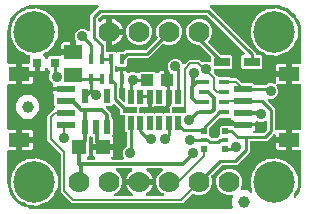
<source format=gbr>
G04 EAGLE Gerber RS-274X export*
G75*
%MOMM*%
%FSLAX34Y34*%
%LPD*%
%INTop Copper*%
%IPPOS*%
%AMOC8*
5,1,8,0,0,1.08239X$1,22.5*%
G01*
%ADD10R,1.200000X1.300000*%
%ADD11R,0.550000X1.200000*%
%ADD12R,1.500000X1.240000*%
%ADD13R,1.075000X1.000000*%
%ADD14R,0.900000X0.450000*%
%ADD15R,0.500000X0.500000*%
%ADD16R,0.500000X0.400000*%
%ADD17C,1.778000*%
%ADD18C,3.516000*%
%ADD19R,1.550000X0.600000*%
%ADD20R,1.800000X1.200000*%
%ADD21C,1.000000*%
%ADD22R,0.800000X0.800000*%
%ADD23R,1.350000X0.800000*%
%ADD24R,0.500000X1.200000*%
%ADD25R,1.200000X0.500000*%
%ADD26R,0.450000X0.900000*%
%ADD27C,0.889000*%
%ADD28C,0.304800*%
%ADD29C,0.203200*%
%ADD30C,0.254000*%

G36*
X192349Y2557D02*
X192349Y2557D01*
X192482Y2568D01*
X192507Y2577D01*
X192534Y2581D01*
X192657Y2629D01*
X192782Y2673D01*
X192805Y2688D01*
X192830Y2698D01*
X192937Y2775D01*
X193047Y2849D01*
X193065Y2869D01*
X193087Y2884D01*
X193171Y2986D01*
X193260Y3085D01*
X193273Y3109D01*
X193290Y3129D01*
X193346Y3249D01*
X193408Y3366D01*
X193414Y3393D01*
X193425Y3417D01*
X193450Y3547D01*
X193481Y3676D01*
X193480Y3703D01*
X193485Y3729D01*
X193477Y3861D01*
X193474Y3994D01*
X193467Y4020D01*
X193465Y4047D01*
X193425Y4173D01*
X193389Y4300D01*
X193372Y4335D01*
X193367Y4349D01*
X193356Y4368D01*
X193318Y4445D01*
X192651Y5599D01*
X192651Y10911D01*
X193611Y12573D01*
X193662Y12696D01*
X193719Y12815D01*
X193724Y12842D01*
X193734Y12867D01*
X193754Y12998D01*
X193778Y13128D01*
X193777Y13154D01*
X193781Y13181D01*
X193767Y13313D01*
X193759Y13445D01*
X193750Y13471D01*
X193747Y13497D01*
X193701Y13622D01*
X193661Y13747D01*
X193646Y13770D01*
X193637Y13796D01*
X193561Y13904D01*
X193490Y14016D01*
X193471Y14035D01*
X193455Y14057D01*
X193355Y14143D01*
X193259Y14234D01*
X193235Y14247D01*
X193215Y14265D01*
X193096Y14324D01*
X192980Y14388D01*
X192954Y14394D01*
X192930Y14406D01*
X192800Y14434D01*
X192672Y14467D01*
X192634Y14469D01*
X192619Y14473D01*
X192597Y14472D01*
X192512Y14477D01*
X188327Y14477D01*
X184313Y16140D01*
X181240Y19213D01*
X179577Y23227D01*
X179577Y27573D01*
X181240Y31587D01*
X184313Y34660D01*
X188327Y36323D01*
X192673Y36323D01*
X196687Y34660D01*
X199760Y31587D01*
X201423Y27573D01*
X201423Y23227D01*
X200054Y19924D01*
X200041Y19876D01*
X200020Y19831D01*
X199999Y19723D01*
X199970Y19617D01*
X199970Y19567D01*
X199960Y19518D01*
X199967Y19409D01*
X199965Y19299D01*
X199977Y19251D01*
X199980Y19201D01*
X200014Y19097D01*
X200039Y18990D01*
X200063Y18946D01*
X200078Y18899D01*
X200137Y18806D01*
X200188Y18709D01*
X200222Y18672D01*
X200248Y18630D01*
X200328Y18555D01*
X200402Y18473D01*
X200444Y18446D01*
X200480Y18412D01*
X200576Y18359D01*
X200668Y18299D01*
X200715Y18282D01*
X200758Y18258D01*
X200865Y18231D01*
X200969Y18195D01*
X201018Y18191D01*
X201066Y18179D01*
X201227Y18169D01*
X205221Y18169D01*
X208205Y16446D01*
X208303Y16405D01*
X208397Y16356D01*
X208449Y16344D01*
X208498Y16323D01*
X208603Y16307D01*
X208706Y16283D01*
X208760Y16284D01*
X208813Y16276D01*
X208918Y16287D01*
X209024Y16290D01*
X209076Y16304D01*
X209129Y16310D01*
X209228Y16347D01*
X209331Y16375D01*
X209377Y16402D01*
X209427Y16420D01*
X209514Y16481D01*
X209606Y16534D01*
X209644Y16571D01*
X209688Y16602D01*
X209758Y16682D01*
X209834Y16756D01*
X209861Y16802D01*
X209896Y16842D01*
X209944Y16937D01*
X209999Y17028D01*
X210014Y17079D01*
X210038Y17127D01*
X210060Y17231D01*
X210091Y17332D01*
X210093Y17386D01*
X210104Y17438D01*
X210100Y17544D01*
X210105Y17650D01*
X210092Y17734D01*
X210091Y17756D01*
X210087Y17771D01*
X210081Y17809D01*
X209647Y19849D01*
X209636Y19883D01*
X209631Y19919D01*
X209579Y20071D01*
X208987Y21499D01*
X208987Y22822D01*
X208981Y22874D01*
X208983Y22926D01*
X208960Y23086D01*
X208468Y25400D01*
X208960Y27714D01*
X208964Y27767D01*
X208977Y27817D01*
X208987Y27978D01*
X208987Y29301D01*
X209579Y30729D01*
X209588Y30763D01*
X209604Y30795D01*
X209647Y30951D01*
X210208Y33589D01*
X211411Y35244D01*
X211444Y35305D01*
X211486Y35360D01*
X211557Y35504D01*
X211973Y36510D01*
X213209Y37746D01*
X213221Y37761D01*
X213236Y37773D01*
X213339Y37897D01*
X215129Y40361D01*
X216631Y41228D01*
X216699Y41280D01*
X216773Y41324D01*
X216875Y41414D01*
X216884Y41421D01*
X216887Y41424D01*
X216893Y41430D01*
X217490Y42027D01*
X219266Y42762D01*
X219268Y42764D01*
X219271Y42764D01*
X219415Y42836D01*
X222379Y44547D01*
X223798Y44696D01*
X223897Y44720D01*
X223999Y44734D01*
X224087Y44764D01*
X224108Y44769D01*
X224120Y44775D01*
X224151Y44786D01*
X224699Y45013D01*
X226743Y45013D01*
X226760Y45015D01*
X226876Y45020D01*
X230704Y45422D01*
X231773Y45075D01*
X231890Y45053D01*
X232005Y45023D01*
X232065Y45019D01*
X232085Y45015D01*
X232106Y45017D01*
X232165Y45013D01*
X232501Y45013D01*
X234409Y44223D01*
X234430Y44217D01*
X234503Y44188D01*
X238666Y42835D01*
X239278Y42285D01*
X239389Y42207D01*
X239497Y42126D01*
X239527Y42111D01*
X239539Y42103D01*
X239559Y42096D01*
X239641Y42055D01*
X239710Y42027D01*
X241005Y40732D01*
X241019Y40721D01*
X241053Y40686D01*
X244887Y37233D01*
X245100Y36756D01*
X245178Y36627D01*
X245179Y36626D01*
X245450Y35971D01*
X245455Y35963D01*
X245463Y35941D01*
X248292Y29586D01*
X248292Y21214D01*
X245463Y14859D01*
X245460Y14849D01*
X245450Y14829D01*
X245194Y14211D01*
X245175Y14187D01*
X245170Y14178D01*
X245167Y14174D01*
X245163Y14164D01*
X245100Y14045D01*
X244985Y13785D01*
X244977Y13759D01*
X244964Y13736D01*
X244931Y13608D01*
X244893Y13480D01*
X244892Y13454D01*
X244885Y13428D01*
X244885Y13295D01*
X244879Y13163D01*
X244885Y13137D01*
X244885Y13110D01*
X244918Y12981D01*
X244945Y12852D01*
X244957Y12828D01*
X244964Y12802D01*
X245028Y12685D01*
X245087Y12567D01*
X245104Y12546D01*
X245117Y12523D01*
X245208Y12426D01*
X245294Y12326D01*
X245316Y12311D01*
X245334Y12291D01*
X245446Y12220D01*
X245555Y12144D01*
X245580Y12135D01*
X245603Y12120D01*
X245729Y12079D01*
X245853Y12033D01*
X245880Y12030D01*
X245905Y12022D01*
X246037Y12014D01*
X246170Y12000D01*
X246196Y12003D01*
X246223Y12002D01*
X246353Y12026D01*
X246484Y12046D01*
X246509Y12056D01*
X246535Y12061D01*
X246655Y12117D01*
X246777Y12169D01*
X246799Y12185D01*
X246823Y12196D01*
X246925Y12280D01*
X247031Y12361D01*
X247048Y12382D01*
X247068Y12399D01*
X247171Y12523D01*
X248864Y14852D01*
X248921Y14956D01*
X248985Y15056D01*
X249007Y15113D01*
X249017Y15131D01*
X249022Y15151D01*
X249044Y15206D01*
X251131Y21630D01*
X251144Y21698D01*
X251167Y21764D01*
X251190Y21923D01*
X251455Y25300D01*
X251455Y25304D01*
X251456Y25307D01*
X251455Y25326D01*
X251459Y25400D01*
X251459Y51090D01*
X251444Y51208D01*
X251437Y51327D01*
X251424Y51365D01*
X251419Y51406D01*
X251376Y51516D01*
X251339Y51629D01*
X251317Y51664D01*
X251302Y51701D01*
X251233Y51797D01*
X251169Y51898D01*
X251139Y51926D01*
X251116Y51959D01*
X251024Y52035D01*
X250937Y52116D01*
X250902Y52136D01*
X250871Y52161D01*
X250763Y52212D01*
X250659Y52270D01*
X250619Y52280D01*
X250583Y52297D01*
X250466Y52319D01*
X250351Y52349D01*
X250291Y52353D01*
X250271Y52357D01*
X250250Y52355D01*
X250190Y52359D01*
X243729Y52359D01*
X243729Y59630D01*
X243714Y59748D01*
X243707Y59867D01*
X243694Y59905D01*
X243689Y59945D01*
X243645Y60056D01*
X243609Y60169D01*
X243587Y60204D01*
X243572Y60241D01*
X243502Y60337D01*
X243439Y60438D01*
X243409Y60466D01*
X243385Y60498D01*
X243294Y60574D01*
X243207Y60656D01*
X243172Y60675D01*
X243140Y60701D01*
X243033Y60752D01*
X242929Y60809D01*
X242889Y60820D01*
X242853Y60837D01*
X242736Y60859D01*
X242621Y60889D01*
X242560Y60893D01*
X242540Y60897D01*
X242520Y60895D01*
X242460Y60899D01*
X241189Y60899D01*
X241189Y60901D01*
X242460Y60901D01*
X242578Y60916D01*
X242697Y60923D01*
X242735Y60936D01*
X242775Y60941D01*
X242886Y60985D01*
X242999Y61021D01*
X243034Y61043D01*
X243071Y61058D01*
X243167Y61128D01*
X243268Y61191D01*
X243296Y61221D01*
X243328Y61245D01*
X243404Y61336D01*
X243486Y61423D01*
X243505Y61458D01*
X243531Y61490D01*
X243582Y61597D01*
X243639Y61701D01*
X243650Y61741D01*
X243667Y61777D01*
X243689Y61894D01*
X243719Y62009D01*
X243723Y62070D01*
X243727Y62090D01*
X243725Y62109D01*
X243727Y62115D01*
X243726Y62122D01*
X243729Y62170D01*
X243729Y69441D01*
X250190Y69441D01*
X250308Y69456D01*
X250427Y69463D01*
X250465Y69476D01*
X250506Y69481D01*
X250616Y69524D01*
X250729Y69561D01*
X250764Y69583D01*
X250801Y69598D01*
X250898Y69668D01*
X250998Y69731D01*
X251026Y69761D01*
X251059Y69784D01*
X251135Y69876D01*
X251216Y69963D01*
X251236Y69998D01*
X251261Y70029D01*
X251312Y70137D01*
X251370Y70241D01*
X251380Y70280D01*
X251397Y70317D01*
X251419Y70434D01*
X251449Y70549D01*
X251453Y70609D01*
X251457Y70629D01*
X251455Y70650D01*
X251459Y70710D01*
X251459Y107090D01*
X251444Y107208D01*
X251437Y107327D01*
X251424Y107365D01*
X251419Y107406D01*
X251376Y107516D01*
X251339Y107629D01*
X251317Y107664D01*
X251302Y107701D01*
X251233Y107797D01*
X251169Y107898D01*
X251139Y107926D01*
X251116Y107959D01*
X251024Y108035D01*
X250937Y108116D01*
X250902Y108136D01*
X250871Y108161D01*
X250763Y108212D01*
X250659Y108270D01*
X250619Y108280D01*
X250583Y108297D01*
X250466Y108319D01*
X250351Y108349D01*
X250291Y108353D01*
X250271Y108357D01*
X250250Y108355D01*
X250190Y108359D01*
X243729Y108359D01*
X243729Y115630D01*
X243714Y115748D01*
X243707Y115867D01*
X243694Y115905D01*
X243689Y115945D01*
X243645Y116056D01*
X243609Y116169D01*
X243587Y116204D01*
X243572Y116241D01*
X243502Y116337D01*
X243439Y116438D01*
X243409Y116466D01*
X243385Y116498D01*
X243294Y116574D01*
X243207Y116656D01*
X243172Y116675D01*
X243140Y116701D01*
X243033Y116752D01*
X242929Y116809D01*
X242889Y116820D01*
X242853Y116837D01*
X242736Y116859D01*
X242621Y116889D01*
X242560Y116893D01*
X242540Y116897D01*
X242520Y116895D01*
X242460Y116899D01*
X241189Y116899D01*
X241189Y116901D01*
X242460Y116901D01*
X242578Y116916D01*
X242697Y116923D01*
X242735Y116936D01*
X242775Y116941D01*
X242886Y116985D01*
X242999Y117021D01*
X243034Y117043D01*
X243071Y117058D01*
X243167Y117128D01*
X243268Y117191D01*
X243296Y117221D01*
X243328Y117245D01*
X243404Y117336D01*
X243486Y117423D01*
X243505Y117458D01*
X243531Y117490D01*
X243582Y117597D01*
X243639Y117701D01*
X243650Y117741D01*
X243667Y117777D01*
X243689Y117894D01*
X243719Y118009D01*
X243723Y118070D01*
X243727Y118090D01*
X243725Y118110D01*
X243729Y118170D01*
X243729Y125441D01*
X250190Y125441D01*
X250308Y125456D01*
X250427Y125463D01*
X250465Y125476D01*
X250506Y125481D01*
X250616Y125524D01*
X250729Y125561D01*
X250764Y125583D01*
X250801Y125598D01*
X250898Y125668D01*
X250998Y125731D01*
X251026Y125761D01*
X251059Y125784D01*
X251135Y125876D01*
X251216Y125963D01*
X251236Y125998D01*
X251261Y126029D01*
X251312Y126137D01*
X251370Y126241D01*
X251380Y126280D01*
X251397Y126317D01*
X251419Y126434D01*
X251449Y126549D01*
X251453Y126609D01*
X251457Y126629D01*
X251455Y126650D01*
X251459Y126710D01*
X251459Y152400D01*
X251457Y152422D01*
X251455Y152500D01*
X251190Y155877D01*
X251176Y155945D01*
X251171Y156014D01*
X251131Y156170D01*
X249044Y162594D01*
X248993Y162701D01*
X248950Y162812D01*
X248917Y162863D01*
X248909Y162882D01*
X248896Y162897D01*
X248864Y162948D01*
X247171Y165278D01*
X247153Y165297D01*
X247139Y165320D01*
X247044Y165413D01*
X246953Y165509D01*
X246931Y165524D01*
X246912Y165542D01*
X246798Y165608D01*
X246792Y165624D01*
X246789Y165651D01*
X246740Y165775D01*
X246697Y165900D01*
X246682Y165922D01*
X246672Y165947D01*
X246586Y166083D01*
X244893Y168412D01*
X244812Y168499D01*
X244736Y168591D01*
X244690Y168629D01*
X244676Y168644D01*
X244658Y168655D01*
X244612Y168693D01*
X239148Y172664D01*
X239044Y172721D01*
X238944Y172785D01*
X238887Y172807D01*
X238869Y172817D01*
X238849Y172822D01*
X238794Y172844D01*
X232370Y174931D01*
X232302Y174944D01*
X232236Y174967D01*
X232077Y174990D01*
X228700Y175255D01*
X228678Y175254D01*
X228600Y175259D01*
X175376Y175259D01*
X175238Y175242D01*
X175099Y175229D01*
X175080Y175222D01*
X175060Y175219D01*
X174931Y175168D01*
X174800Y175121D01*
X174783Y175110D01*
X174765Y175102D01*
X174652Y175021D01*
X174537Y174943D01*
X174524Y174927D01*
X174507Y174916D01*
X174419Y174808D01*
X174326Y174704D01*
X174317Y174686D01*
X174304Y174671D01*
X174245Y174544D01*
X174182Y174421D01*
X174177Y174401D01*
X174169Y174383D01*
X174143Y174247D01*
X174112Y174111D01*
X174113Y174090D01*
X174109Y174071D01*
X174118Y173932D01*
X174122Y173793D01*
X174128Y173773D01*
X174129Y173753D01*
X174172Y173621D01*
X174210Y173487D01*
X174221Y173470D01*
X174227Y173451D01*
X174301Y173333D01*
X174372Y173213D01*
X174390Y173192D01*
X174397Y173182D01*
X174412Y173168D01*
X174478Y173093D01*
X212853Y134718D01*
X212853Y134302D01*
X212868Y134184D01*
X212875Y134065D01*
X212888Y134027D01*
X212893Y133986D01*
X212936Y133876D01*
X212973Y133763D01*
X212995Y133728D01*
X213010Y133691D01*
X213079Y133595D01*
X213143Y133494D01*
X213173Y133466D01*
X213196Y133433D01*
X213288Y133357D01*
X213375Y133276D01*
X213410Y133256D01*
X213441Y133231D01*
X213549Y133180D01*
X213653Y133122D01*
X213693Y133112D01*
X213729Y133095D01*
X213846Y133073D01*
X213961Y133043D01*
X214021Y133039D01*
X214041Y133035D01*
X214062Y133037D01*
X214122Y133033D01*
X217142Y133033D01*
X218333Y131842D01*
X218333Y122158D01*
X217142Y120967D01*
X201958Y120967D01*
X200767Y122158D01*
X200767Y131842D01*
X201958Y133033D01*
X202132Y133033D01*
X202270Y133050D01*
X202409Y133063D01*
X202428Y133070D01*
X202448Y133073D01*
X202577Y133124D01*
X202708Y133171D01*
X202725Y133182D01*
X202743Y133190D01*
X202856Y133271D01*
X202971Y133349D01*
X202984Y133365D01*
X203001Y133376D01*
X203089Y133484D01*
X203182Y133588D01*
X203191Y133606D01*
X203204Y133621D01*
X203263Y133747D01*
X203326Y133871D01*
X203331Y133891D01*
X203339Y133909D01*
X203365Y134045D01*
X203396Y134181D01*
X203395Y134202D01*
X203399Y134221D01*
X203390Y134360D01*
X203386Y134499D01*
X203380Y134519D01*
X203379Y134539D01*
X203336Y134671D01*
X203298Y134805D01*
X203287Y134822D01*
X203281Y134841D01*
X203207Y134959D01*
X203136Y135079D01*
X203118Y135100D01*
X203111Y135110D01*
X203096Y135124D01*
X203030Y135199D01*
X171724Y166506D01*
X171645Y166566D01*
X171573Y166634D01*
X171520Y166663D01*
X171472Y166700D01*
X171381Y166740D01*
X171295Y166788D01*
X171236Y166803D01*
X171181Y166827D01*
X171083Y166842D01*
X170987Y166867D01*
X170887Y166873D01*
X170866Y166877D01*
X170854Y166875D01*
X170826Y166877D01*
X83174Y166877D01*
X83076Y166865D01*
X82977Y166862D01*
X82918Y166845D01*
X82858Y166837D01*
X82766Y166801D01*
X82671Y166773D01*
X82619Y166743D01*
X82563Y166720D01*
X82483Y166662D01*
X82397Y166612D01*
X82322Y166546D01*
X82305Y166534D01*
X82297Y166524D01*
X82276Y166506D01*
X79874Y164104D01*
X79814Y164025D01*
X79746Y163953D01*
X79717Y163900D01*
X79680Y163852D01*
X79640Y163761D01*
X79592Y163675D01*
X79577Y163616D01*
X79553Y163561D01*
X79538Y163463D01*
X79513Y163367D01*
X79507Y163267D01*
X79503Y163246D01*
X79505Y163234D01*
X79503Y163206D01*
X79503Y162193D01*
X79508Y162153D01*
X79505Y162113D01*
X79528Y161996D01*
X79543Y161877D01*
X79557Y161840D01*
X79565Y161801D01*
X79616Y161693D01*
X79660Y161581D01*
X79683Y161549D01*
X79700Y161513D01*
X79776Y161421D01*
X79846Y161324D01*
X79877Y161299D01*
X79902Y161268D01*
X79999Y161198D01*
X80091Y161121D01*
X80127Y161104D01*
X80160Y161081D01*
X80271Y161037D01*
X80379Y160986D01*
X80418Y160978D01*
X80455Y160964D01*
X80574Y160948D01*
X80691Y160926D01*
X80731Y160928D01*
X80771Y160923D01*
X80889Y160938D01*
X81009Y160946D01*
X81047Y160958D01*
X81086Y160963D01*
X81198Y161007D01*
X81311Y161044D01*
X81345Y161065D01*
X81382Y161080D01*
X81518Y161166D01*
X82909Y162176D01*
X84512Y162993D01*
X86223Y163549D01*
X86401Y163577D01*
X86401Y153630D01*
X86416Y153512D01*
X86423Y153393D01*
X86435Y153355D01*
X86441Y153315D01*
X86484Y153204D01*
X86521Y153091D01*
X86543Y153057D01*
X86558Y153019D01*
X86627Y152923D01*
X86691Y152822D01*
X86721Y152794D01*
X86744Y152762D01*
X86836Y152686D01*
X86923Y152604D01*
X86958Y152585D01*
X86989Y152559D01*
X87097Y152508D01*
X87201Y152451D01*
X87241Y152441D01*
X87277Y152423D01*
X87384Y152403D01*
X87354Y152399D01*
X87244Y152355D01*
X87131Y152319D01*
X87096Y152297D01*
X87059Y152282D01*
X86962Y152212D01*
X86862Y152149D01*
X86834Y152119D01*
X86801Y152095D01*
X86725Y152004D01*
X86644Y151917D01*
X86624Y151882D01*
X86599Y151850D01*
X86548Y151743D01*
X86490Y151638D01*
X86480Y151599D01*
X86463Y151563D01*
X86441Y151446D01*
X86411Y151330D01*
X86407Y151270D01*
X86403Y151250D01*
X86405Y151230D01*
X86401Y151170D01*
X86401Y141005D01*
X86393Y141002D01*
X86308Y140949D01*
X86219Y140903D01*
X86174Y140864D01*
X86124Y140832D01*
X86055Y140759D01*
X85980Y140693D01*
X85947Y140644D01*
X85906Y140601D01*
X85858Y140513D01*
X85801Y140430D01*
X85781Y140374D01*
X85752Y140322D01*
X85727Y140225D01*
X85693Y140131D01*
X85688Y140072D01*
X85673Y140014D01*
X85663Y139853D01*
X85663Y136952D01*
X85678Y136834D01*
X85685Y136715D01*
X85698Y136677D01*
X85703Y136636D01*
X85746Y136526D01*
X85783Y136413D01*
X85805Y136378D01*
X85820Y136341D01*
X85889Y136245D01*
X85953Y136144D01*
X85983Y136116D01*
X86006Y136083D01*
X86098Y136007D01*
X86185Y135926D01*
X86220Y135906D01*
X86251Y135881D01*
X86359Y135830D01*
X86463Y135772D01*
X86503Y135762D01*
X86539Y135745D01*
X86656Y135723D01*
X86771Y135693D01*
X86831Y135689D01*
X86851Y135685D01*
X86872Y135687D01*
X86932Y135683D01*
X93452Y135683D01*
X93962Y135172D01*
X94056Y135099D01*
X94146Y135020D01*
X94182Y135002D01*
X94214Y134977D01*
X94323Y134930D01*
X94429Y134876D01*
X94468Y134867D01*
X94506Y134851D01*
X94623Y134832D01*
X94739Y134806D01*
X94780Y134807D01*
X94820Y134801D01*
X94938Y134812D01*
X95057Y134816D01*
X95096Y134827D01*
X95136Y134831D01*
X95248Y134871D01*
X95363Y134904D01*
X95398Y134925D01*
X95436Y134938D01*
X95534Y135005D01*
X95637Y135066D01*
X95682Y135106D01*
X95699Y135117D01*
X95712Y135132D01*
X95757Y135172D01*
X96268Y135683D01*
X100696Y135683D01*
X100794Y135695D01*
X100893Y135698D01*
X100952Y135715D01*
X101012Y135723D01*
X101104Y135759D01*
X101199Y135787D01*
X101251Y135817D01*
X101307Y135840D01*
X101387Y135898D01*
X101473Y135948D01*
X101548Y136014D01*
X101565Y136026D01*
X101573Y136036D01*
X101594Y136054D01*
X102192Y136653D01*
X118756Y136653D01*
X118854Y136665D01*
X118953Y136668D01*
X119012Y136685D01*
X119072Y136693D01*
X119164Y136729D01*
X119259Y136757D01*
X119311Y136787D01*
X119367Y136810D01*
X119447Y136868D01*
X119533Y136918D01*
X119608Y136984D01*
X119625Y136996D01*
X119633Y137006D01*
X119654Y137024D01*
X129372Y146743D01*
X129391Y146767D01*
X129413Y146786D01*
X129487Y146892D01*
X129567Y146994D01*
X129579Y147022D01*
X129596Y147046D01*
X129642Y147167D01*
X129694Y147286D01*
X129698Y147315D01*
X129709Y147343D01*
X129723Y147472D01*
X129744Y147600D01*
X129741Y147630D01*
X129744Y147659D01*
X129726Y147788D01*
X129714Y147917D01*
X129704Y147945D01*
X129700Y147974D01*
X129648Y148126D01*
X128777Y150227D01*
X128777Y154573D01*
X130440Y158587D01*
X133513Y161660D01*
X137527Y163323D01*
X141873Y163323D01*
X145887Y161660D01*
X148960Y158587D01*
X150623Y154573D01*
X150623Y150227D01*
X148960Y146213D01*
X145887Y143140D01*
X141873Y141477D01*
X137527Y141477D01*
X135426Y142348D01*
X135398Y142355D01*
X135372Y142369D01*
X135245Y142397D01*
X135120Y142431D01*
X135090Y142432D01*
X135061Y142438D01*
X134932Y142434D01*
X134802Y142437D01*
X134773Y142430D01*
X134743Y142429D01*
X134619Y142393D01*
X134492Y142362D01*
X134466Y142349D01*
X134438Y142340D01*
X134326Y142274D01*
X134211Y142214D01*
X134189Y142194D01*
X134164Y142179D01*
X134043Y142072D01*
X122018Y130047D01*
X105454Y130047D01*
X105356Y130035D01*
X105257Y130032D01*
X105198Y130015D01*
X105138Y130007D01*
X105046Y129971D01*
X104951Y129943D01*
X104899Y129913D01*
X104843Y129890D01*
X104763Y129832D01*
X104677Y129782D01*
X104602Y129716D01*
X104585Y129704D01*
X104577Y129694D01*
X104556Y129676D01*
X104014Y129134D01*
X103954Y129055D01*
X103886Y128983D01*
X103857Y128930D01*
X103820Y128882D01*
X103780Y128791D01*
X103732Y128705D01*
X103717Y128646D01*
X103693Y128591D01*
X103678Y128493D01*
X103653Y128397D01*
X103647Y128297D01*
X103643Y128276D01*
X103645Y128264D01*
X103643Y128236D01*
X103643Y123808D01*
X102452Y122617D01*
X96268Y122617D01*
X95829Y123056D01*
X95720Y123141D01*
X95613Y123230D01*
X95594Y123238D01*
X95578Y123251D01*
X95450Y123306D01*
X95325Y123365D01*
X95305Y123369D01*
X95286Y123377D01*
X95148Y123399D01*
X95012Y123425D01*
X94992Y123424D01*
X94972Y123427D01*
X94833Y123414D01*
X94695Y123405D01*
X94676Y123399D01*
X94656Y123397D01*
X94525Y123350D01*
X94393Y123307D01*
X94375Y123296D01*
X94356Y123290D01*
X94242Y123212D01*
X94124Y123137D01*
X94110Y123122D01*
X94093Y123111D01*
X94001Y123007D01*
X93906Y122905D01*
X93896Y122888D01*
X93883Y122873D01*
X93820Y122749D01*
X93752Y122627D01*
X93747Y122607D01*
X93738Y122589D01*
X93708Y122453D01*
X93673Y122319D01*
X93671Y122291D01*
X93668Y122279D01*
X93669Y122259D01*
X93663Y122158D01*
X93663Y119792D01*
X93679Y119661D01*
X93690Y119529D01*
X93699Y119503D01*
X93703Y119476D01*
X93751Y119353D01*
X93795Y119228D01*
X93810Y119206D01*
X93820Y119181D01*
X93897Y119073D01*
X93971Y118963D01*
X93991Y118945D01*
X94006Y118923D01*
X94108Y118839D01*
X94207Y118750D01*
X94231Y118738D01*
X94251Y118721D01*
X94371Y118664D01*
X94488Y118603D01*
X94515Y118596D01*
X94539Y118585D01*
X94669Y118560D01*
X94798Y118530D01*
X94825Y118530D01*
X94851Y118525D01*
X94983Y118533D01*
X95116Y118536D01*
X95142Y118543D01*
X95169Y118545D01*
X95295Y118586D01*
X95422Y118621D01*
X95457Y118638D01*
X95471Y118643D01*
X95490Y118655D01*
X95567Y118693D01*
X96129Y119018D01*
X96776Y119191D01*
X98091Y119191D01*
X98091Y112150D01*
X98091Y105014D01*
X98013Y104989D01*
X97978Y104967D01*
X97941Y104952D01*
X97845Y104883D01*
X97744Y104819D01*
X97716Y104789D01*
X97683Y104766D01*
X97607Y104674D01*
X97526Y104587D01*
X97506Y104552D01*
X97481Y104521D01*
X97430Y104413D01*
X97372Y104309D01*
X97362Y104269D01*
X97345Y104233D01*
X97323Y104116D01*
X97293Y104001D01*
X97289Y103941D01*
X97285Y103921D01*
X97287Y103900D01*
X97283Y103840D01*
X97283Y97144D01*
X97295Y97046D01*
X97298Y96947D01*
X97315Y96888D01*
X97323Y96828D01*
X97359Y96736D01*
X97387Y96641D01*
X97417Y96589D01*
X97440Y96533D01*
X97498Y96453D01*
X97548Y96367D01*
X97614Y96292D01*
X97626Y96275D01*
X97636Y96267D01*
X97654Y96246D01*
X100301Y93600D01*
X100410Y93515D01*
X100517Y93426D01*
X100536Y93418D01*
X100552Y93405D01*
X100680Y93350D01*
X100805Y93291D01*
X100825Y93287D01*
X100844Y93279D01*
X100982Y93257D01*
X101118Y93231D01*
X101138Y93232D01*
X101158Y93229D01*
X101297Y93242D01*
X101435Y93251D01*
X101454Y93257D01*
X101474Y93259D01*
X101606Y93306D01*
X101737Y93349D01*
X101755Y93360D01*
X101774Y93367D01*
X101889Y93445D01*
X102006Y93519D01*
X102020Y93534D01*
X102037Y93545D01*
X102129Y93649D01*
X102224Y93751D01*
X102234Y93768D01*
X102247Y93784D01*
X102311Y93908D01*
X102378Y94029D01*
X102383Y94049D01*
X102392Y94067D01*
X102422Y94203D01*
X102457Y94337D01*
X102459Y94365D01*
X102462Y94377D01*
X102461Y94398D01*
X102467Y94498D01*
X102467Y103840D01*
X102452Y103958D01*
X102445Y104077D01*
X102432Y104115D01*
X102427Y104156D01*
X102384Y104266D01*
X102347Y104379D01*
X102325Y104414D01*
X102310Y104451D01*
X102241Y104547D01*
X102177Y104648D01*
X102147Y104676D01*
X102124Y104709D01*
X102032Y104785D01*
X101945Y104866D01*
X101910Y104886D01*
X101879Y104911D01*
X101771Y104962D01*
X101667Y105020D01*
X101627Y105030D01*
X101591Y105047D01*
X101474Y105069D01*
X101359Y105099D01*
X101299Y105103D01*
X101279Y105107D01*
X101258Y105105D01*
X101198Y105109D01*
X100629Y105109D01*
X100629Y112150D01*
X100629Y119191D01*
X101944Y119191D01*
X102591Y119018D01*
X103170Y118683D01*
X103643Y118210D01*
X103779Y117975D01*
X103801Y117946D01*
X103817Y117914D01*
X103896Y117820D01*
X103971Y117722D01*
X103999Y117699D01*
X104023Y117672D01*
X104124Y117601D01*
X104220Y117524D01*
X104253Y117509D01*
X104283Y117489D01*
X104398Y117445D01*
X104511Y117395D01*
X104546Y117389D01*
X104580Y117376D01*
X104703Y117362D01*
X104824Y117342D01*
X104860Y117345D01*
X104896Y117341D01*
X105018Y117358D01*
X105141Y117368D01*
X105175Y117380D01*
X105211Y117385D01*
X105364Y117437D01*
X107296Y118238D01*
X109874Y118238D01*
X112197Y117275D01*
X112226Y117267D01*
X112252Y117254D01*
X112379Y117225D01*
X112504Y117191D01*
X112534Y117191D01*
X112562Y117184D01*
X112692Y117188D01*
X112822Y117186D01*
X112851Y117193D01*
X112880Y117194D01*
X113005Y117230D01*
X113131Y117260D01*
X113158Y117274D01*
X113186Y117282D01*
X113298Y117348D01*
X113412Y117409D01*
X113434Y117429D01*
X113460Y117444D01*
X113581Y117550D01*
X114823Y118793D01*
X127257Y118793D01*
X128400Y117650D01*
X128499Y117573D01*
X128594Y117490D01*
X128625Y117475D01*
X128651Y117455D01*
X128767Y117405D01*
X128879Y117349D01*
X128912Y117342D01*
X128943Y117328D01*
X129067Y117309D01*
X129190Y117282D01*
X129224Y117284D01*
X129257Y117279D01*
X129383Y117290D01*
X129508Y117296D01*
X129540Y117305D01*
X129574Y117308D01*
X129692Y117351D01*
X129813Y117387D01*
X129841Y117405D01*
X129873Y117416D01*
X129977Y117487D01*
X130085Y117552D01*
X130108Y117576D01*
X130136Y117595D01*
X130220Y117689D01*
X130308Y117779D01*
X130334Y117819D01*
X130347Y117833D01*
X130357Y117852D01*
X130397Y117913D01*
X130632Y118320D01*
X131105Y118793D01*
X131684Y119128D01*
X132331Y119301D01*
X135541Y119301D01*
X135541Y112990D01*
X135556Y112872D01*
X135563Y112753D01*
X135575Y112715D01*
X135581Y112675D01*
X135624Y112564D01*
X135661Y112451D01*
X135683Y112417D01*
X135698Y112379D01*
X135767Y112283D01*
X135831Y112182D01*
X135861Y112154D01*
X135884Y112122D01*
X135976Y112046D01*
X136063Y111964D01*
X136098Y111945D01*
X136129Y111919D01*
X136237Y111868D01*
X136341Y111811D01*
X136381Y111801D01*
X136417Y111783D01*
X136524Y111763D01*
X136494Y111759D01*
X136384Y111715D01*
X136271Y111679D01*
X136236Y111657D01*
X136199Y111642D01*
X136102Y111572D01*
X136002Y111509D01*
X135974Y111479D01*
X135941Y111455D01*
X135865Y111364D01*
X135784Y111277D01*
X135764Y111242D01*
X135739Y111210D01*
X135688Y111103D01*
X135630Y110998D01*
X135620Y110959D01*
X135603Y110923D01*
X135581Y110806D01*
X135551Y110690D01*
X135547Y110630D01*
X135543Y110610D01*
X135545Y110590D01*
X135541Y110530D01*
X135541Y107170D01*
X135556Y107052D01*
X135563Y106933D01*
X135575Y106895D01*
X135581Y106854D01*
X135624Y106744D01*
X135661Y106631D01*
X135683Y106596D01*
X135698Y106559D01*
X135767Y106463D01*
X135831Y106362D01*
X135861Y106334D01*
X135884Y106301D01*
X135976Y106225D01*
X136063Y106144D01*
X136098Y106124D01*
X136129Y106099D01*
X136237Y106048D01*
X136341Y105990D01*
X136381Y105980D01*
X136417Y105963D01*
X136534Y105941D01*
X136649Y105911D01*
X136709Y105907D01*
X136729Y105903D01*
X136750Y105905D01*
X136810Y105901D01*
X137731Y105901D01*
X137731Y97360D01*
X137731Y90530D01*
X137732Y90519D01*
X137731Y90509D01*
X137752Y90362D01*
X137770Y90214D01*
X137774Y90205D01*
X137776Y90195D01*
X137833Y90056D01*
X137887Y89918D01*
X137893Y89910D01*
X137897Y89901D01*
X137987Y89782D01*
X138074Y89661D01*
X138082Y89654D01*
X138088Y89646D01*
X138204Y89553D01*
X138319Y89458D01*
X138328Y89454D01*
X138336Y89447D01*
X138473Y89386D01*
X138607Y89323D01*
X138617Y89321D01*
X138626Y89317D01*
X138774Y89291D01*
X138919Y89263D01*
X138929Y89263D01*
X138939Y89262D01*
X139088Y89273D01*
X139237Y89283D01*
X139246Y89286D01*
X139256Y89286D01*
X139398Y89335D01*
X139539Y89381D01*
X139548Y89386D01*
X139557Y89389D01*
X139682Y89471D01*
X139808Y89551D01*
X139815Y89558D01*
X139823Y89564D01*
X139939Y89676D01*
X139979Y89732D01*
X140026Y89783D01*
X140070Y89862D01*
X140122Y89936D01*
X140146Y90001D01*
X140180Y90061D01*
X140202Y90149D01*
X140234Y90234D01*
X140242Y90302D01*
X140259Y90369D01*
X140269Y90530D01*
X140269Y97360D01*
X140269Y106394D01*
X140296Y106423D01*
X140316Y106458D01*
X140341Y106489D01*
X140392Y106597D01*
X140450Y106701D01*
X140460Y106741D01*
X140477Y106777D01*
X140499Y106894D01*
X140529Y107009D01*
X140533Y107069D01*
X140537Y107089D01*
X140535Y107110D01*
X140539Y107170D01*
X140539Y110530D01*
X140524Y110648D01*
X140517Y110767D01*
X140504Y110805D01*
X140499Y110845D01*
X140456Y110956D01*
X140419Y111069D01*
X140397Y111103D01*
X140382Y111141D01*
X140313Y111237D01*
X140249Y111338D01*
X140219Y111366D01*
X140196Y111398D01*
X140104Y111474D01*
X140017Y111556D01*
X139982Y111575D01*
X139951Y111601D01*
X139843Y111652D01*
X139739Y111709D01*
X139699Y111719D01*
X139663Y111737D01*
X139556Y111757D01*
X139586Y111761D01*
X139696Y111805D01*
X139809Y111841D01*
X139844Y111863D01*
X139881Y111878D01*
X139977Y111948D01*
X140078Y112011D01*
X140106Y112041D01*
X140139Y112065D01*
X140215Y112156D01*
X140296Y112243D01*
X140316Y112278D01*
X140341Y112310D01*
X140392Y112417D01*
X140450Y112522D01*
X140460Y112561D01*
X140477Y112597D01*
X140499Y112714D01*
X140529Y112830D01*
X140533Y112890D01*
X140537Y112910D01*
X140535Y112930D01*
X140539Y112990D01*
X140539Y117744D01*
X140527Y117842D01*
X140524Y117941D01*
X140507Y118000D01*
X140499Y118060D01*
X140463Y118152D01*
X140435Y118247D01*
X140405Y118299D01*
X140382Y118355D01*
X140324Y118435D01*
X140274Y118521D01*
X140208Y118596D01*
X140196Y118613D01*
X140186Y118621D01*
X140167Y118642D01*
X139288Y119521D01*
X138302Y121901D01*
X138302Y124479D01*
X139288Y126859D01*
X141111Y128682D01*
X143491Y129668D01*
X146069Y129668D01*
X148449Y128682D01*
X150272Y126859D01*
X150724Y125767D01*
X150748Y125724D01*
X150765Y125677D01*
X150827Y125587D01*
X150881Y125491D01*
X150916Y125455D01*
X150944Y125414D01*
X151026Y125342D01*
X151103Y125263D01*
X151145Y125237D01*
X151182Y125204D01*
X151280Y125154D01*
X151374Y125096D01*
X151421Y125082D01*
X151466Y125059D01*
X151573Y125035D01*
X151678Y125003D01*
X151727Y125000D01*
X151776Y124990D01*
X151886Y124993D01*
X151995Y124988D01*
X152044Y124998D01*
X152094Y124999D01*
X152199Y125030D01*
X152307Y125052D01*
X152352Y125074D01*
X152399Y125088D01*
X152494Y125143D01*
X152593Y125192D01*
X152630Y125224D01*
X152673Y125249D01*
X152794Y125356D01*
X156217Y128779D01*
X165230Y128779D01*
X166959Y127049D01*
X166982Y127031D01*
X167002Y127009D01*
X167108Y126934D01*
X167210Y126854D01*
X167238Y126843D01*
X167262Y126826D01*
X167383Y126780D01*
X167502Y126728D01*
X167531Y126723D01*
X167559Y126713D01*
X167688Y126699D01*
X167816Y126678D01*
X167846Y126681D01*
X167875Y126678D01*
X168004Y126696D01*
X168133Y126708D01*
X168161Y126718D01*
X168190Y126722D01*
X168342Y126774D01*
X169526Y127265D01*
X172104Y127265D01*
X173612Y126640D01*
X173660Y126627D01*
X173705Y126605D01*
X173813Y126585D01*
X173919Y126556D01*
X173969Y126555D01*
X174018Y126546D01*
X174127Y126553D01*
X174237Y126551D01*
X174285Y126562D01*
X174335Y126565D01*
X174439Y126599D01*
X174546Y126625D01*
X174590Y126648D01*
X174637Y126663D01*
X174730Y126722D01*
X174827Y126774D01*
X174864Y126807D01*
X174906Y126834D01*
X174981Y126914D01*
X175063Y126988D01*
X175090Y127029D01*
X175124Y127065D01*
X175177Y127161D01*
X175237Y127253D01*
X175254Y127300D01*
X175278Y127344D01*
X175305Y127450D01*
X175341Y127554D01*
X175345Y127604D01*
X175357Y127652D01*
X175367Y127812D01*
X175367Y130586D01*
X175355Y130684D01*
X175352Y130783D01*
X175335Y130842D01*
X175327Y130902D01*
X175291Y130994D01*
X175263Y131089D01*
X175233Y131141D01*
X175210Y131197D01*
X175152Y131277D01*
X175102Y131363D01*
X175036Y131438D01*
X175024Y131455D01*
X175014Y131463D01*
X174996Y131484D01*
X165374Y141106D01*
X165295Y141166D01*
X165223Y141234D01*
X165170Y141263D01*
X165122Y141300D01*
X165031Y141340D01*
X164945Y141388D01*
X164886Y141403D01*
X164831Y141427D01*
X164733Y141442D01*
X164637Y141467D01*
X164537Y141473D01*
X164516Y141477D01*
X164504Y141475D01*
X164476Y141477D01*
X162927Y141477D01*
X158913Y143140D01*
X155840Y146213D01*
X154177Y150227D01*
X154177Y154573D01*
X155840Y158587D01*
X158913Y161660D01*
X162927Y163323D01*
X167273Y163323D01*
X171287Y161660D01*
X174360Y158587D01*
X176023Y154573D01*
X176023Y150227D01*
X174360Y146213D01*
X172881Y144734D01*
X172808Y144640D01*
X172730Y144551D01*
X172711Y144515D01*
X172686Y144483D01*
X172639Y144374D01*
X172585Y144268D01*
X172576Y144228D01*
X172560Y144191D01*
X172541Y144073D01*
X172515Y143958D01*
X172517Y143917D01*
X172510Y143877D01*
X172521Y143759D01*
X172525Y143640D01*
X172536Y143601D01*
X172540Y143561D01*
X172580Y143448D01*
X172613Y143334D01*
X172634Y143299D01*
X172648Y143261D01*
X172715Y143163D01*
X172775Y143060D01*
X172815Y143015D01*
X172826Y142998D01*
X172842Y142985D01*
X172881Y142939D01*
X182416Y133404D01*
X182495Y133344D01*
X182567Y133276D01*
X182620Y133247D01*
X182668Y133210D01*
X182759Y133170D01*
X182845Y133122D01*
X182904Y133107D01*
X182959Y133083D01*
X183057Y133068D01*
X183153Y133043D01*
X183253Y133037D01*
X183274Y133033D01*
X183286Y133035D01*
X183314Y133033D01*
X191742Y133033D01*
X192933Y131842D01*
X192933Y122158D01*
X191742Y120967D01*
X178562Y120967D01*
X178444Y120952D01*
X178325Y120945D01*
X178287Y120932D01*
X178246Y120927D01*
X178136Y120884D01*
X178023Y120847D01*
X177988Y120825D01*
X177951Y120810D01*
X177855Y120741D01*
X177754Y120677D01*
X177726Y120647D01*
X177693Y120624D01*
X177617Y120532D01*
X177536Y120445D01*
X177516Y120410D01*
X177491Y120379D01*
X177440Y120271D01*
X177382Y120167D01*
X177372Y120127D01*
X177355Y120091D01*
X177333Y119974D01*
X177303Y119859D01*
X177299Y119799D01*
X177295Y119779D01*
X177297Y119758D01*
X177293Y119698D01*
X177293Y119499D01*
X177134Y119116D01*
X177126Y119087D01*
X177113Y119061D01*
X177084Y118934D01*
X177050Y118809D01*
X177050Y118779D01*
X177043Y118750D01*
X177047Y118621D01*
X177045Y118491D01*
X177052Y118462D01*
X177053Y118433D01*
X177089Y118308D01*
X177119Y118182D01*
X177133Y118155D01*
X177141Y118127D01*
X177207Y118015D01*
X177268Y117900D01*
X177288Y117879D01*
X177303Y117853D01*
X177409Y117732D01*
X180332Y114809D01*
X180410Y114749D01*
X180482Y114681D01*
X180535Y114652D01*
X180583Y114615D01*
X180674Y114575D01*
X180761Y114527D01*
X180820Y114512D01*
X180875Y114488D01*
X180973Y114473D01*
X181069Y114448D01*
X181169Y114442D01*
X181189Y114438D01*
X181202Y114440D01*
X181230Y114438D01*
X191007Y114438D01*
X191869Y113575D01*
X191948Y113515D01*
X192020Y113447D01*
X192073Y113418D01*
X192121Y113381D01*
X192211Y113341D01*
X192298Y113293D01*
X192357Y113278D01*
X192412Y113254D01*
X192510Y113239D01*
X192606Y113214D01*
X192706Y113208D01*
X192726Y113204D01*
X192739Y113206D01*
X192767Y113204D01*
X197198Y113204D01*
X201097Y109304D01*
X201175Y109244D01*
X201247Y109176D01*
X201300Y109147D01*
X201348Y109110D01*
X201439Y109070D01*
X201526Y109022D01*
X201585Y109007D01*
X201640Y108983D01*
X201738Y108968D01*
X201834Y108943D01*
X201934Y108937D01*
X201954Y108933D01*
X201967Y108935D01*
X201995Y108933D01*
X210782Y108933D01*
X212140Y107574D01*
X212219Y107514D01*
X212291Y107446D01*
X212344Y107417D01*
X212392Y107380D01*
X212482Y107340D01*
X212569Y107292D01*
X212628Y107277D01*
X212683Y107253D01*
X212781Y107238D01*
X212877Y107213D01*
X212977Y107207D01*
X212997Y107203D01*
X213010Y107205D01*
X213038Y107203D01*
X220706Y107203D01*
X220804Y107215D01*
X220903Y107218D01*
X220962Y107235D01*
X221022Y107243D01*
X221114Y107279D01*
X221209Y107307D01*
X221261Y107337D01*
X221317Y107360D01*
X221397Y107418D01*
X221483Y107468D01*
X221558Y107534D01*
X221575Y107546D01*
X221582Y107556D01*
X221604Y107574D01*
X221756Y107727D01*
X224136Y108713D01*
X226714Y108713D01*
X228261Y108072D01*
X228322Y108055D01*
X228379Y108029D01*
X228475Y108013D01*
X228567Y107988D01*
X228631Y107987D01*
X228693Y107976D01*
X228789Y107984D01*
X228885Y107983D01*
X228947Y107998D01*
X229010Y108003D01*
X229101Y108035D01*
X229195Y108057D01*
X229251Y108087D01*
X229310Y108107D01*
X229391Y108161D01*
X229476Y108206D01*
X229523Y108248D01*
X229575Y108283D01*
X229640Y108355D01*
X229711Y108420D01*
X229746Y108472D01*
X229788Y108519D01*
X229833Y108605D01*
X229886Y108685D01*
X229906Y108745D01*
X229936Y108801D01*
X229958Y108895D01*
X229989Y108986D01*
X229994Y109049D01*
X230009Y109111D01*
X230007Y109207D01*
X230014Y109303D01*
X230004Y109365D01*
X230002Y109429D01*
X229976Y109521D01*
X229960Y109617D01*
X229934Y109674D01*
X229917Y109735D01*
X229846Y109879D01*
X229822Y109919D01*
X229649Y110566D01*
X229649Y114361D01*
X238651Y114361D01*
X238651Y108359D01*
X231856Y108359D01*
X231795Y108376D01*
X231650Y108395D01*
X231507Y108418D01*
X231493Y108417D01*
X231480Y108419D01*
X231335Y108402D01*
X231190Y108388D01*
X231177Y108384D01*
X231164Y108382D01*
X231027Y108330D01*
X230891Y108281D01*
X230880Y108273D01*
X230867Y108268D01*
X230748Y108184D01*
X230628Y108102D01*
X230619Y108092D01*
X230608Y108084D01*
X230513Y107973D01*
X230417Y107864D01*
X230411Y107852D01*
X230402Y107841D01*
X230338Y107709D01*
X230272Y107580D01*
X230270Y107567D01*
X230264Y107555D01*
X230235Y107412D01*
X230203Y107270D01*
X230203Y107257D01*
X230201Y107243D01*
X230208Y107097D01*
X230213Y106952D01*
X230216Y106939D01*
X230217Y106926D01*
X230261Y106786D01*
X230301Y106647D01*
X230308Y106635D01*
X230312Y106622D01*
X230388Y106499D01*
X230462Y106373D01*
X230475Y106359D01*
X230479Y106352D01*
X230491Y106340D01*
X230569Y106252D01*
X230917Y105904D01*
X231903Y103524D01*
X231903Y100946D01*
X230917Y98566D01*
X229094Y96743D01*
X226714Y95757D01*
X224398Y95757D01*
X224260Y95740D01*
X224121Y95727D01*
X224102Y95720D01*
X224082Y95717D01*
X223953Y95666D01*
X223822Y95619D01*
X223805Y95608D01*
X223787Y95600D01*
X223674Y95519D01*
X223559Y95441D01*
X223546Y95425D01*
X223529Y95414D01*
X223440Y95306D01*
X223348Y95202D01*
X223339Y95184D01*
X223326Y95169D01*
X223267Y95043D01*
X223204Y94919D01*
X223199Y94899D01*
X223191Y94881D01*
X223165Y94745D01*
X223134Y94609D01*
X223135Y94588D01*
X223131Y94569D01*
X223140Y94430D01*
X223144Y94291D01*
X223150Y94271D01*
X223151Y94251D01*
X223194Y94119D01*
X223232Y93985D01*
X223243Y93968D01*
X223249Y93949D01*
X223323Y93831D01*
X223394Y93711D01*
X223412Y93690D01*
X223419Y93680D01*
X223434Y93666D01*
X223500Y93591D01*
X229363Y87728D01*
X229363Y70400D01*
X229379Y70268D01*
X229390Y70136D01*
X229399Y70111D01*
X229403Y70084D01*
X229451Y69961D01*
X229495Y69836D01*
X229510Y69814D01*
X229520Y69789D01*
X229597Y69681D01*
X229671Y69571D01*
X229691Y69553D01*
X229706Y69531D01*
X229809Y69447D01*
X229907Y69358D01*
X229931Y69346D01*
X229951Y69328D01*
X230071Y69272D01*
X230189Y69210D01*
X230215Y69204D01*
X230239Y69193D01*
X230369Y69168D01*
X230498Y69138D01*
X230525Y69138D01*
X230551Y69133D01*
X230684Y69141D01*
X230816Y69144D01*
X230842Y69151D01*
X230869Y69153D01*
X230995Y69194D01*
X231123Y69229D01*
X231157Y69246D01*
X231171Y69251D01*
X231189Y69262D01*
X231856Y69441D01*
X238651Y69441D01*
X238651Y63439D01*
X229649Y63439D01*
X229649Y64434D01*
X229632Y64572D01*
X229619Y64711D01*
X229612Y64730D01*
X229609Y64750D01*
X229558Y64879D01*
X229511Y65010D01*
X229500Y65027D01*
X229492Y65045D01*
X229411Y65158D01*
X229333Y65273D01*
X229317Y65286D01*
X229306Y65303D01*
X229198Y65392D01*
X229094Y65484D01*
X229076Y65493D01*
X229061Y65506D01*
X228935Y65565D01*
X228811Y65628D01*
X228791Y65633D01*
X228773Y65641D01*
X228637Y65667D01*
X228501Y65698D01*
X228480Y65697D01*
X228461Y65701D01*
X228322Y65692D01*
X228183Y65688D01*
X228163Y65682D01*
X228143Y65681D01*
X228011Y65638D01*
X227877Y65600D01*
X227860Y65589D01*
X227841Y65583D01*
X227723Y65509D01*
X227603Y65438D01*
X227582Y65420D01*
X227572Y65413D01*
X227558Y65398D01*
X227483Y65332D01*
X222001Y59850D01*
X209042Y59850D01*
X208924Y59835D01*
X208805Y59828D01*
X208767Y59815D01*
X208726Y59810D01*
X208616Y59767D01*
X208503Y59730D01*
X208468Y59708D01*
X208431Y59693D01*
X208335Y59624D01*
X208234Y59560D01*
X208206Y59530D01*
X208173Y59507D01*
X208097Y59415D01*
X208016Y59328D01*
X207996Y59293D01*
X207971Y59262D01*
X207920Y59154D01*
X207862Y59050D01*
X207852Y59010D01*
X207835Y58974D01*
X207813Y58857D01*
X207783Y58742D01*
X207779Y58682D01*
X207775Y58662D01*
X207777Y58641D01*
X207773Y58581D01*
X207773Y50702D01*
X196948Y39877D01*
X184774Y39877D01*
X184676Y39865D01*
X184577Y39862D01*
X184518Y39845D01*
X184458Y39837D01*
X184366Y39801D01*
X184271Y39773D01*
X184219Y39743D01*
X184163Y39720D01*
X184083Y39662D01*
X183997Y39612D01*
X183922Y39546D01*
X183905Y39534D01*
X183897Y39524D01*
X183876Y39506D01*
X175428Y31057D01*
X175409Y31033D01*
X175387Y31014D01*
X175312Y30908D01*
X175233Y30806D01*
X175221Y30778D01*
X175204Y30754D01*
X175158Y30633D01*
X175106Y30514D01*
X175102Y30485D01*
X175091Y30457D01*
X175077Y30328D01*
X175056Y30200D01*
X175059Y30170D01*
X175056Y30141D01*
X175074Y30012D01*
X175086Y29883D01*
X175096Y29855D01*
X175100Y29826D01*
X175152Y29674D01*
X176023Y27573D01*
X176023Y23227D01*
X174360Y19213D01*
X171287Y16140D01*
X167273Y14477D01*
X162927Y14477D01*
X160572Y15453D01*
X160544Y15461D01*
X160518Y15474D01*
X160391Y15502D01*
X160266Y15537D01*
X160236Y15537D01*
X160207Y15544D01*
X160078Y15540D01*
X159948Y15542D01*
X159919Y15535D01*
X159889Y15534D01*
X159765Y15498D01*
X159638Y15468D01*
X159612Y15454D01*
X159584Y15446D01*
X159472Y15380D01*
X159357Y15319D01*
X159335Y15299D01*
X159310Y15284D01*
X159189Y15178D01*
X153280Y9269D01*
X151123Y7111D01*
X57157Y7111D01*
X47751Y16517D01*
X47751Y48575D01*
X47739Y48673D01*
X47736Y48772D01*
X47719Y48830D01*
X47711Y48890D01*
X47675Y48982D01*
X47647Y49077D01*
X47617Y49130D01*
X47594Y49186D01*
X47536Y49266D01*
X47486Y49351D01*
X47420Y49427D01*
X47408Y49443D01*
X47398Y49451D01*
X47380Y49472D01*
X36321Y60530D01*
X36321Y81273D01*
X41656Y86607D01*
X41716Y86685D01*
X41784Y86757D01*
X41813Y86810D01*
X41850Y86858D01*
X41890Y86949D01*
X41938Y87036D01*
X41953Y87095D01*
X41977Y87150D01*
X41992Y87248D01*
X42017Y87344D01*
X42023Y87444D01*
X42027Y87464D01*
X42025Y87477D01*
X42027Y87505D01*
X42027Y87742D01*
X42288Y88003D01*
X42361Y88097D01*
X42440Y88186D01*
X42458Y88222D01*
X42483Y88254D01*
X42530Y88363D01*
X42584Y88469D01*
X42593Y88508D01*
X42609Y88546D01*
X42628Y88663D01*
X42654Y88779D01*
X42653Y88820D01*
X42659Y88860D01*
X42648Y88979D01*
X42644Y89097D01*
X42633Y89136D01*
X42629Y89176D01*
X42589Y89289D01*
X42556Y89403D01*
X42535Y89438D01*
X42522Y89476D01*
X42455Y89574D01*
X42394Y89677D01*
X42354Y89722D01*
X42343Y89739D01*
X42328Y89752D01*
X42288Y89798D01*
X42027Y90058D01*
X42027Y97767D01*
X42081Y97827D01*
X42099Y97863D01*
X42124Y97895D01*
X42171Y98004D01*
X42225Y98111D01*
X42234Y98150D01*
X42250Y98186D01*
X42269Y98304D01*
X42295Y98421D01*
X42293Y98461D01*
X42300Y98500D01*
X42289Y98619D01*
X42285Y98739D01*
X42274Y98777D01*
X42270Y98817D01*
X42230Y98929D01*
X42196Y99044D01*
X42176Y99079D01*
X42162Y99116D01*
X42115Y99186D01*
X42110Y99195D01*
X41692Y99919D01*
X41519Y100566D01*
X41519Y102401D01*
X51580Y102401D01*
X51698Y102416D01*
X51817Y102423D01*
X51855Y102435D01*
X51895Y102441D01*
X52006Y102484D01*
X52119Y102521D01*
X52153Y102543D01*
X52191Y102558D01*
X52287Y102627D01*
X52388Y102691D01*
X52416Y102721D01*
X52448Y102744D01*
X52524Y102836D01*
X52606Y102923D01*
X52625Y102958D01*
X52651Y102989D01*
X52702Y103097D01*
X52759Y103201D01*
X52769Y103241D01*
X52787Y103277D01*
X52809Y103394D01*
X52839Y103509D01*
X52843Y103569D01*
X52846Y103589D01*
X52845Y103610D01*
X52849Y103670D01*
X52849Y104130D01*
X52834Y104248D01*
X52827Y104367D01*
X52814Y104405D01*
X52809Y104446D01*
X52765Y104556D01*
X52729Y104669D01*
X52707Y104704D01*
X52692Y104741D01*
X52622Y104837D01*
X52559Y104938D01*
X52529Y104966D01*
X52505Y104999D01*
X52414Y105075D01*
X52327Y105156D01*
X52292Y105176D01*
X52260Y105201D01*
X52153Y105252D01*
X52048Y105310D01*
X52009Y105320D01*
X51973Y105337D01*
X51856Y105359D01*
X51740Y105389D01*
X51680Y105393D01*
X51660Y105397D01*
X51640Y105395D01*
X51580Y105399D01*
X41519Y105399D01*
X41519Y107234D01*
X41536Y107298D01*
X41541Y107334D01*
X41553Y107368D01*
X41563Y107491D01*
X41579Y107613D01*
X41575Y107649D01*
X41578Y107685D01*
X41557Y107807D01*
X41543Y107929D01*
X41530Y107963D01*
X41524Y107999D01*
X41473Y108111D01*
X41429Y108226D01*
X41408Y108255D01*
X41393Y108289D01*
X41316Y108385D01*
X41245Y108485D01*
X41217Y108509D01*
X41195Y108537D01*
X41096Y108611D01*
X41002Y108691D01*
X40969Y108706D01*
X40941Y108728D01*
X40796Y108799D01*
X40774Y108808D01*
X38951Y110631D01*
X37965Y113011D01*
X37965Y115589D01*
X38940Y117942D01*
X38953Y117990D01*
X38975Y118035D01*
X38995Y118143D01*
X39024Y118249D01*
X39025Y118299D01*
X39034Y118348D01*
X39027Y118457D01*
X39029Y118567D01*
X39018Y118615D01*
X39015Y118665D01*
X38981Y118769D01*
X38955Y118876D01*
X38932Y118920D01*
X38917Y118967D01*
X38858Y119060D01*
X38806Y119157D01*
X38773Y119194D01*
X38746Y119236D01*
X38666Y119311D01*
X38592Y119393D01*
X38551Y119420D01*
X38515Y119454D01*
X38419Y119507D01*
X38388Y119527D01*
X37016Y120899D01*
X37008Y120962D01*
X36991Y121113D01*
X36988Y121119D01*
X36987Y121126D01*
X36931Y121268D01*
X36877Y121410D01*
X36873Y121416D01*
X36870Y121422D01*
X36781Y121545D01*
X36693Y121669D01*
X36687Y121674D01*
X36684Y121679D01*
X36566Y121776D01*
X36450Y121875D01*
X36444Y121878D01*
X36439Y121882D01*
X36302Y121947D01*
X36164Y122013D01*
X36157Y122015D01*
X36151Y122018D01*
X36003Y122046D01*
X35852Y122076D01*
X35845Y122076D01*
X35839Y122077D01*
X35688Y122068D01*
X35534Y122060D01*
X35528Y122058D01*
X35521Y122058D01*
X35377Y122011D01*
X35231Y121965D01*
X35225Y121962D01*
X35219Y121960D01*
X35090Y121878D01*
X34960Y121798D01*
X34956Y121793D01*
X34950Y121789D01*
X34845Y121678D01*
X34740Y121569D01*
X34737Y121563D01*
X34732Y121558D01*
X34658Y121423D01*
X34583Y121292D01*
X34581Y121283D01*
X34578Y121279D01*
X34576Y121269D01*
X34532Y121139D01*
X34428Y120749D01*
X34093Y120170D01*
X33620Y119697D01*
X33041Y119362D01*
X32394Y119189D01*
X30059Y119189D01*
X30059Y125000D01*
X30044Y125118D01*
X30037Y125237D01*
X30024Y125275D01*
X30019Y125315D01*
X29976Y125426D01*
X29939Y125539D01*
X29917Y125573D01*
X29902Y125611D01*
X29833Y125707D01*
X29769Y125808D01*
X29739Y125836D01*
X29716Y125868D01*
X29624Y125944D01*
X29537Y126026D01*
X29502Y126045D01*
X29471Y126071D01*
X29363Y126122D01*
X29259Y126179D01*
X29219Y126189D01*
X29183Y126207D01*
X29066Y126229D01*
X28951Y126259D01*
X28891Y126263D01*
X28871Y126266D01*
X28850Y126265D01*
X28790Y126269D01*
X27330Y126269D01*
X27212Y126254D01*
X27093Y126247D01*
X27055Y126234D01*
X27014Y126229D01*
X26904Y126185D01*
X26791Y126149D01*
X26756Y126127D01*
X26719Y126112D01*
X26622Y126042D01*
X26522Y125979D01*
X26494Y125949D01*
X26461Y125925D01*
X26385Y125834D01*
X26304Y125747D01*
X26284Y125712D01*
X26259Y125680D01*
X26208Y125573D01*
X26150Y125468D01*
X26140Y125429D01*
X26123Y125393D01*
X26101Y125276D01*
X26071Y125160D01*
X26067Y125100D01*
X26063Y125080D01*
X26065Y125060D01*
X26061Y125000D01*
X26061Y119189D01*
X23726Y119189D01*
X22954Y119396D01*
X22869Y119408D01*
X22786Y119429D01*
X22650Y119438D01*
X22639Y119439D01*
X22635Y119439D01*
X22626Y119439D01*
X15349Y119439D01*
X15349Y125441D01*
X20250Y125441D01*
X20368Y125456D01*
X20487Y125463D01*
X20525Y125475D01*
X20566Y125481D01*
X20676Y125524D01*
X20789Y125561D01*
X20824Y125583D01*
X20861Y125598D01*
X20957Y125667D01*
X21058Y125731D01*
X21086Y125761D01*
X21119Y125784D01*
X21195Y125876D01*
X21276Y125963D01*
X21296Y125998D01*
X21321Y126029D01*
X21372Y126137D01*
X21430Y126241D01*
X21440Y126281D01*
X21457Y126317D01*
X21479Y126434D01*
X21509Y126549D01*
X21513Y126609D01*
X21517Y126629D01*
X21515Y126650D01*
X21519Y126710D01*
X21519Y130064D01*
X21692Y130711D01*
X21899Y131068D01*
X21916Y131108D01*
X21939Y131144D01*
X21977Y131254D01*
X22022Y131361D01*
X22028Y131404D01*
X22042Y131445D01*
X22052Y131561D01*
X22069Y131676D01*
X22064Y131719D01*
X22068Y131762D01*
X22048Y131877D01*
X22036Y131992D01*
X22021Y132033D01*
X22013Y132075D01*
X21965Y132181D01*
X21925Y132290D01*
X21900Y132326D01*
X21883Y132365D01*
X21810Y132456D01*
X21744Y132552D01*
X21711Y132580D01*
X21684Y132613D01*
X21591Y132683D01*
X21503Y132760D01*
X21464Y132779D01*
X21430Y132805D01*
X21286Y132876D01*
X20951Y133014D01*
X20852Y133041D01*
X20757Y133077D01*
X20665Y133092D01*
X20644Y133098D01*
X20631Y133098D01*
X20598Y133104D01*
X19179Y133253D01*
X16215Y134964D01*
X16213Y134965D01*
X16210Y134967D01*
X16066Y135038D01*
X14290Y135773D01*
X13693Y136370D01*
X13626Y136422D01*
X13565Y136483D01*
X13451Y136558D01*
X13442Y136565D01*
X13438Y136567D01*
X13431Y136572D01*
X11929Y137439D01*
X10139Y139903D01*
X10126Y139917D01*
X10116Y139933D01*
X10009Y140054D01*
X8773Y141290D01*
X8357Y142296D01*
X8322Y142356D01*
X8297Y142420D01*
X8211Y142556D01*
X7008Y144211D01*
X6447Y146849D01*
X6436Y146883D01*
X6431Y146919D01*
X6379Y147071D01*
X5787Y148499D01*
X5787Y149822D01*
X5781Y149874D01*
X5783Y149926D01*
X5760Y150086D01*
X5268Y152400D01*
X5760Y154714D01*
X5764Y154767D01*
X5777Y154817D01*
X5787Y154978D01*
X5787Y156301D01*
X6379Y157729D01*
X6388Y157763D01*
X6404Y157795D01*
X6447Y157951D01*
X7008Y160589D01*
X8211Y162244D01*
X8244Y162305D01*
X8286Y162360D01*
X8357Y162504D01*
X8773Y163510D01*
X10009Y164746D01*
X10021Y164761D01*
X10036Y164773D01*
X10139Y164897D01*
X11929Y167361D01*
X13431Y168228D01*
X13499Y168280D01*
X13573Y168324D01*
X13675Y168414D01*
X13684Y168421D01*
X13687Y168424D01*
X13693Y168430D01*
X14290Y169027D01*
X16066Y169762D01*
X16068Y169764D01*
X16071Y169764D01*
X16215Y169836D01*
X18972Y171428D01*
X18993Y171444D01*
X19017Y171455D01*
X19119Y171540D01*
X19166Y171575D01*
X19203Y171568D01*
X19229Y171569D01*
X19256Y171565D01*
X19416Y171572D01*
X20598Y171696D01*
X20698Y171720D01*
X20799Y171734D01*
X20887Y171764D01*
X20908Y171769D01*
X20920Y171775D01*
X20951Y171786D01*
X21499Y172013D01*
X23543Y172013D01*
X23560Y172015D01*
X23676Y172020D01*
X27504Y172422D01*
X28573Y172075D01*
X28690Y172053D01*
X28805Y172023D01*
X28865Y172019D01*
X28885Y172015D01*
X28906Y172017D01*
X28965Y172013D01*
X29301Y172013D01*
X31209Y171223D01*
X31230Y171217D01*
X31303Y171188D01*
X35466Y169835D01*
X36078Y169285D01*
X36189Y169207D01*
X36297Y169126D01*
X36327Y169111D01*
X36339Y169103D01*
X36359Y169096D01*
X36441Y169055D01*
X36510Y169027D01*
X37805Y167732D01*
X37819Y167721D01*
X37853Y167686D01*
X41687Y164234D01*
X41900Y163756D01*
X41979Y163626D01*
X42250Y162971D01*
X42255Y162963D01*
X42263Y162941D01*
X45092Y156586D01*
X45092Y148214D01*
X42263Y141859D01*
X42260Y141849D01*
X42250Y141829D01*
X41994Y141211D01*
X41975Y141187D01*
X41970Y141179D01*
X41968Y141175D01*
X41963Y141164D01*
X41900Y141044D01*
X41687Y140566D01*
X37853Y137114D01*
X37841Y137100D01*
X37805Y137068D01*
X36510Y135773D01*
X36441Y135745D01*
X36324Y135678D01*
X36204Y135615D01*
X36177Y135594D01*
X36165Y135587D01*
X36150Y135572D01*
X36078Y135515D01*
X35466Y134965D01*
X33448Y134309D01*
X33351Y134264D01*
X33252Y134227D01*
X33208Y134196D01*
X33160Y134174D01*
X33078Y134106D01*
X32991Y134045D01*
X32956Y134005D01*
X32915Y133971D01*
X32852Y133885D01*
X32783Y133805D01*
X32759Y133757D01*
X32728Y133714D01*
X32688Y133615D01*
X32641Y133520D01*
X32630Y133468D01*
X32610Y133418D01*
X32597Y133313D01*
X32575Y133209D01*
X32577Y133156D01*
X32570Y133103D01*
X32584Y132997D01*
X32588Y132891D01*
X32603Y132840D01*
X32610Y132787D01*
X32649Y132688D01*
X32680Y132587D01*
X32707Y132541D01*
X32727Y132491D01*
X32789Y132405D01*
X32844Y132315D01*
X32882Y132277D01*
X32914Y132234D01*
X32996Y132166D01*
X33071Y132092D01*
X33142Y132045D01*
X33159Y132031D01*
X33173Y132024D01*
X33205Y132003D01*
X33620Y131763D01*
X34093Y131290D01*
X34428Y130711D01*
X34532Y130321D01*
X34590Y130179D01*
X34646Y130038D01*
X34650Y130033D01*
X34652Y130026D01*
X34742Y129905D01*
X34832Y129781D01*
X34838Y129776D01*
X34842Y129771D01*
X34958Y129677D01*
X35077Y129578D01*
X35084Y129575D01*
X35089Y129571D01*
X35228Y129507D01*
X35365Y129442D01*
X35372Y129441D01*
X35378Y129438D01*
X35529Y129411D01*
X35678Y129383D01*
X35684Y129383D01*
X35691Y129382D01*
X35843Y129393D01*
X35995Y129402D01*
X36001Y129404D01*
X36008Y129405D01*
X36153Y129454D01*
X36297Y129500D01*
X36303Y129504D01*
X36310Y129506D01*
X36438Y129589D01*
X36566Y129671D01*
X36571Y129675D01*
X36576Y129679D01*
X36679Y129791D01*
X36784Y129902D01*
X36787Y129908D01*
X36792Y129913D01*
X36864Y130047D01*
X36938Y130181D01*
X36939Y130187D01*
X36942Y130193D01*
X36979Y130341D01*
X37017Y130489D01*
X37018Y130498D01*
X37019Y130502D01*
X37019Y130513D01*
X37022Y130567D01*
X38218Y131763D01*
X47110Y131763D01*
X47228Y131778D01*
X47347Y131785D01*
X47385Y131798D01*
X47426Y131803D01*
X47536Y131846D01*
X47649Y131883D01*
X47684Y131905D01*
X47721Y131920D01*
X47817Y131989D01*
X47918Y132053D01*
X47946Y132083D01*
X47979Y132106D01*
X48055Y132198D01*
X48136Y132285D01*
X48156Y132320D01*
X48181Y132351D01*
X48232Y132459D01*
X48290Y132563D01*
X48300Y132603D01*
X48317Y132639D01*
X48327Y132691D01*
X57150Y132691D01*
X57268Y132706D01*
X57387Y132713D01*
X57425Y132726D01*
X57465Y132731D01*
X57576Y132774D01*
X57689Y132811D01*
X57724Y132833D01*
X57761Y132848D01*
X57857Y132918D01*
X57958Y132981D01*
X57986Y133011D01*
X58018Y133035D01*
X58094Y133126D01*
X58176Y133213D01*
X58195Y133248D01*
X58221Y133279D01*
X58272Y133387D01*
X58329Y133491D01*
X58340Y133531D01*
X58357Y133567D01*
X58379Y133684D01*
X58409Y133799D01*
X58413Y133860D01*
X58417Y133880D01*
X58415Y133900D01*
X58419Y133960D01*
X58419Y135231D01*
X59690Y135231D01*
X59808Y135246D01*
X59927Y135253D01*
X59965Y135266D01*
X60005Y135271D01*
X60116Y135315D01*
X60229Y135351D01*
X60264Y135373D01*
X60301Y135388D01*
X60397Y135458D01*
X60498Y135521D01*
X60526Y135551D01*
X60558Y135575D01*
X60634Y135666D01*
X60716Y135753D01*
X60735Y135788D01*
X60761Y135820D01*
X60812Y135927D01*
X60869Y136031D01*
X60880Y136071D01*
X60897Y136107D01*
X60919Y136224D01*
X60949Y136339D01*
X60953Y136400D01*
X60957Y136420D01*
X60955Y136440D01*
X60959Y136500D01*
X60959Y143984D01*
X60947Y144082D01*
X60944Y144181D01*
X60927Y144240D01*
X60919Y144300D01*
X60883Y144392D01*
X60855Y144487D01*
X60825Y144539D01*
X60802Y144595D01*
X60744Y144675D01*
X60694Y144761D01*
X60627Y144836D01*
X60615Y144853D01*
X60606Y144861D01*
X60587Y144882D01*
X60548Y144921D01*
X59562Y147301D01*
X59562Y149879D01*
X60548Y152259D01*
X62371Y154082D01*
X64751Y155068D01*
X67329Y155068D01*
X69709Y154082D01*
X70731Y153060D01*
X70840Y152976D01*
X70947Y152886D01*
X70966Y152878D01*
X70982Y152865D01*
X71109Y152810D01*
X71235Y152751D01*
X71255Y152747D01*
X71274Y152739D01*
X71412Y152717D01*
X71548Y152691D01*
X71568Y152692D01*
X71588Y152689D01*
X71727Y152702D01*
X71865Y152711D01*
X71884Y152717D01*
X71904Y152719D01*
X72036Y152766D01*
X72167Y152809D01*
X72185Y152820D01*
X72204Y152827D01*
X72319Y152905D01*
X72436Y152979D01*
X72450Y152994D01*
X72467Y153005D01*
X72559Y153109D01*
X72654Y153211D01*
X72664Y153229D01*
X72677Y153244D01*
X72740Y153367D01*
X72808Y153489D01*
X72813Y153509D01*
X72822Y153527D01*
X72852Y153662D01*
X72887Y153797D01*
X72889Y153825D01*
X72892Y153837D01*
X72891Y153858D01*
X72897Y153958D01*
X72897Y166468D01*
X77606Y171176D01*
X79522Y173093D01*
X79607Y173202D01*
X79696Y173309D01*
X79704Y173328D01*
X79717Y173344D01*
X79772Y173472D01*
X79831Y173597D01*
X79835Y173617D01*
X79843Y173636D01*
X79865Y173774D01*
X79891Y173910D01*
X79890Y173930D01*
X79893Y173950D01*
X79880Y174089D01*
X79871Y174227D01*
X79865Y174246D01*
X79863Y174266D01*
X79816Y174398D01*
X79773Y174529D01*
X79762Y174547D01*
X79755Y174566D01*
X79677Y174681D01*
X79603Y174798D01*
X79588Y174812D01*
X79577Y174829D01*
X79473Y174921D01*
X79371Y175016D01*
X79354Y175026D01*
X79338Y175039D01*
X79214Y175103D01*
X79093Y175170D01*
X79073Y175175D01*
X79055Y175184D01*
X78919Y175214D01*
X78785Y175249D01*
X78757Y175251D01*
X78745Y175254D01*
X78724Y175253D01*
X78624Y175259D01*
X25400Y175259D01*
X25378Y175257D01*
X25300Y175255D01*
X21923Y174990D01*
X21855Y174976D01*
X21786Y174971D01*
X21630Y174931D01*
X18892Y174041D01*
X18867Y174030D01*
X18841Y174024D01*
X18724Y173962D01*
X18604Y173906D01*
X18583Y173889D01*
X18560Y173877D01*
X18462Y173789D01*
X18445Y173788D01*
X18418Y173793D01*
X18286Y173785D01*
X18153Y173783D01*
X18128Y173775D01*
X18101Y173774D01*
X17945Y173734D01*
X15206Y172844D01*
X15099Y172794D01*
X14988Y172750D01*
X14937Y172717D01*
X14918Y172709D01*
X14903Y172696D01*
X14852Y172664D01*
X9388Y168693D01*
X9301Y168612D01*
X9209Y168536D01*
X9171Y168490D01*
X9156Y168476D01*
X9145Y168458D01*
X9107Y168412D01*
X5136Y162948D01*
X5079Y162844D01*
X5015Y162744D01*
X4993Y162687D01*
X4983Y162669D01*
X4978Y162649D01*
X4956Y162594D01*
X2869Y156170D01*
X2856Y156102D01*
X2833Y156036D01*
X2810Y155877D01*
X2545Y152500D01*
X2546Y152478D01*
X2541Y152400D01*
X2541Y126710D01*
X2556Y126592D01*
X2563Y126473D01*
X2576Y126435D01*
X2581Y126394D01*
X2624Y126284D01*
X2661Y126171D01*
X2683Y126136D01*
X2698Y126099D01*
X2768Y126002D01*
X2831Y125902D01*
X2861Y125874D01*
X2884Y125841D01*
X2976Y125765D01*
X3063Y125684D01*
X3098Y125664D01*
X3129Y125639D01*
X3237Y125588D01*
X3341Y125530D01*
X3381Y125520D01*
X3417Y125503D01*
X3534Y125481D01*
X3649Y125451D01*
X3709Y125447D01*
X3729Y125443D01*
X3750Y125445D01*
X3810Y125441D01*
X10271Y125441D01*
X10271Y118170D01*
X10286Y118052D01*
X10293Y117933D01*
X10306Y117895D01*
X10311Y117855D01*
X10354Y117744D01*
X10391Y117631D01*
X10413Y117596D01*
X10428Y117559D01*
X10498Y117463D01*
X10561Y117362D01*
X10591Y117334D01*
X10615Y117302D01*
X10706Y117226D01*
X10793Y117144D01*
X10828Y117125D01*
X10859Y117099D01*
X10967Y117048D01*
X11071Y116991D01*
X11111Y116980D01*
X11147Y116963D01*
X11264Y116941D01*
X11379Y116911D01*
X11440Y116907D01*
X11460Y116903D01*
X11480Y116905D01*
X11540Y116901D01*
X12811Y116901D01*
X12811Y116899D01*
X11540Y116899D01*
X11422Y116884D01*
X11303Y116877D01*
X11265Y116864D01*
X11225Y116859D01*
X11114Y116815D01*
X11001Y116779D01*
X10966Y116757D01*
X10929Y116742D01*
X10833Y116672D01*
X10732Y116609D01*
X10704Y116579D01*
X10671Y116555D01*
X10596Y116464D01*
X10514Y116377D01*
X10494Y116342D01*
X10469Y116310D01*
X10418Y116203D01*
X10360Y116099D01*
X10350Y116059D01*
X10333Y116023D01*
X10311Y115906D01*
X10281Y115791D01*
X10277Y115730D01*
X10273Y115710D01*
X10275Y115690D01*
X10271Y115630D01*
X10271Y108359D01*
X3810Y108359D01*
X3692Y108344D01*
X3573Y108337D01*
X3535Y108324D01*
X3494Y108319D01*
X3384Y108276D01*
X3271Y108239D01*
X3236Y108217D01*
X3199Y108202D01*
X3103Y108133D01*
X3002Y108069D01*
X2974Y108039D01*
X2941Y108016D01*
X2865Y107924D01*
X2784Y107837D01*
X2764Y107802D01*
X2739Y107771D01*
X2688Y107663D01*
X2630Y107559D01*
X2620Y107519D01*
X2603Y107483D01*
X2581Y107366D01*
X2551Y107251D01*
X2547Y107191D01*
X2543Y107171D01*
X2545Y107150D01*
X2541Y107090D01*
X2541Y70710D01*
X2556Y70592D01*
X2563Y70473D01*
X2576Y70435D01*
X2581Y70394D01*
X2624Y70284D01*
X2661Y70171D01*
X2683Y70136D01*
X2698Y70099D01*
X2767Y70003D01*
X2831Y69902D01*
X2861Y69874D01*
X2884Y69841D01*
X2976Y69765D01*
X3063Y69684D01*
X3098Y69664D01*
X3129Y69639D01*
X3237Y69588D01*
X3341Y69530D01*
X3381Y69520D01*
X3417Y69503D01*
X3534Y69481D01*
X3649Y69451D01*
X3709Y69447D01*
X3729Y69443D01*
X3750Y69445D01*
X3810Y69441D01*
X10271Y69441D01*
X10271Y62170D01*
X10286Y62052D01*
X10293Y61933D01*
X10306Y61895D01*
X10311Y61855D01*
X10354Y61744D01*
X10391Y61631D01*
X10413Y61596D01*
X10428Y61559D01*
X10498Y61463D01*
X10561Y61362D01*
X10591Y61334D01*
X10615Y61302D01*
X10706Y61226D01*
X10793Y61144D01*
X10828Y61125D01*
X10859Y61099D01*
X10967Y61048D01*
X11071Y60991D01*
X11111Y60980D01*
X11147Y60963D01*
X11264Y60941D01*
X11379Y60911D01*
X11440Y60907D01*
X11460Y60903D01*
X11480Y60905D01*
X11540Y60901D01*
X12811Y60901D01*
X12811Y60899D01*
X11540Y60899D01*
X11422Y60884D01*
X11303Y60877D01*
X11265Y60864D01*
X11225Y60859D01*
X11114Y60815D01*
X11001Y60779D01*
X10966Y60757D01*
X10929Y60742D01*
X10833Y60672D01*
X10732Y60609D01*
X10704Y60579D01*
X10671Y60555D01*
X10596Y60464D01*
X10514Y60377D01*
X10494Y60342D01*
X10469Y60310D01*
X10418Y60203D01*
X10360Y60099D01*
X10350Y60059D01*
X10333Y60023D01*
X10311Y59906D01*
X10281Y59791D01*
X10277Y59730D01*
X10273Y59710D01*
X10275Y59690D01*
X10271Y59630D01*
X10271Y52359D01*
X3810Y52359D01*
X3692Y52344D01*
X3573Y52337D01*
X3535Y52324D01*
X3494Y52319D01*
X3384Y52276D01*
X3271Y52239D01*
X3236Y52217D01*
X3199Y52202D01*
X3103Y52133D01*
X3002Y52069D01*
X2974Y52039D01*
X2941Y52016D01*
X2865Y51924D01*
X2784Y51837D01*
X2764Y51802D01*
X2739Y51771D01*
X2688Y51663D01*
X2630Y51559D01*
X2620Y51519D01*
X2603Y51483D01*
X2581Y51366D01*
X2551Y51251D01*
X2547Y51191D01*
X2543Y51171D01*
X2545Y51150D01*
X2541Y51090D01*
X2541Y25400D01*
X2543Y25378D01*
X2545Y25300D01*
X2810Y21923D01*
X2824Y21855D01*
X2829Y21786D01*
X2869Y21630D01*
X4956Y15206D01*
X5006Y15099D01*
X5050Y14988D01*
X5083Y14937D01*
X5091Y14918D01*
X5104Y14903D01*
X5136Y14852D01*
X9107Y9388D01*
X9127Y9366D01*
X9138Y9348D01*
X9184Y9305D01*
X9188Y9301D01*
X9264Y9209D01*
X9310Y9171D01*
X9324Y9156D01*
X9342Y9145D01*
X9388Y9107D01*
X14852Y5136D01*
X14956Y5079D01*
X15056Y5015D01*
X15113Y4993D01*
X15131Y4983D01*
X15151Y4978D01*
X15206Y4956D01*
X17945Y4066D01*
X17971Y4061D01*
X17996Y4051D01*
X18127Y4031D01*
X18257Y4007D01*
X18284Y4008D01*
X18310Y4004D01*
X18441Y4018D01*
X18455Y4008D01*
X18474Y3989D01*
X18586Y3917D01*
X18694Y3842D01*
X18719Y3832D01*
X18742Y3818D01*
X18892Y3759D01*
X21630Y2869D01*
X21698Y2856D01*
X21764Y2833D01*
X21923Y2810D01*
X25300Y2545D01*
X25322Y2546D01*
X25400Y2541D01*
X192218Y2541D01*
X192349Y2557D01*
G37*
%LPC*%
G36*
X23676Y5780D02*
X23676Y5780D01*
X23658Y5780D01*
X23543Y5787D01*
X21499Y5787D01*
X20951Y6014D01*
X20853Y6041D01*
X20757Y6077D01*
X20665Y6092D01*
X20644Y6098D01*
X20631Y6098D01*
X20598Y6104D01*
X19416Y6228D01*
X19390Y6227D01*
X19364Y6232D01*
X19231Y6224D01*
X19173Y6223D01*
X19147Y6250D01*
X19125Y6265D01*
X19106Y6283D01*
X18972Y6372D01*
X16215Y7964D01*
X16212Y7965D01*
X16210Y7967D01*
X16066Y8038D01*
X14290Y8773D01*
X13693Y9370D01*
X13626Y9422D01*
X13565Y9483D01*
X13451Y9558D01*
X13442Y9565D01*
X13438Y9567D01*
X13431Y9572D01*
X11929Y10439D01*
X10139Y12903D01*
X10126Y12917D01*
X10116Y12933D01*
X10009Y13054D01*
X8773Y14290D01*
X8357Y15296D01*
X8322Y15356D01*
X8297Y15420D01*
X8211Y15556D01*
X7008Y17211D01*
X6447Y19849D01*
X6436Y19883D01*
X6431Y19919D01*
X6379Y20071D01*
X5787Y21499D01*
X5787Y22822D01*
X5781Y22874D01*
X5783Y22926D01*
X5760Y23086D01*
X5268Y25400D01*
X5760Y27714D01*
X5764Y27767D01*
X5777Y27817D01*
X5787Y27978D01*
X5787Y29301D01*
X6379Y30729D01*
X6388Y30763D01*
X6404Y30795D01*
X6447Y30951D01*
X7008Y33589D01*
X8211Y35244D01*
X8244Y35305D01*
X8286Y35360D01*
X8357Y35504D01*
X8773Y36510D01*
X10009Y37746D01*
X10021Y37761D01*
X10036Y37773D01*
X10139Y37897D01*
X11929Y40361D01*
X13431Y41228D01*
X13499Y41280D01*
X13573Y41324D01*
X13675Y41414D01*
X13684Y41421D01*
X13687Y41424D01*
X13693Y41430D01*
X14290Y42027D01*
X16066Y42762D01*
X16068Y42764D01*
X16071Y42764D01*
X16215Y42836D01*
X19179Y44547D01*
X20598Y44696D01*
X20697Y44720D01*
X20799Y44734D01*
X20887Y44764D01*
X20908Y44769D01*
X20920Y44775D01*
X20951Y44786D01*
X21499Y45013D01*
X23543Y45013D01*
X23560Y45015D01*
X23676Y45020D01*
X27504Y45422D01*
X28573Y45075D01*
X28690Y45053D01*
X28805Y45023D01*
X28865Y45019D01*
X28885Y45015D01*
X28906Y45017D01*
X28965Y45013D01*
X29301Y45013D01*
X31209Y44223D01*
X31230Y44217D01*
X31303Y44188D01*
X35466Y42835D01*
X36078Y42285D01*
X36189Y42207D01*
X36297Y42126D01*
X36327Y42111D01*
X36339Y42103D01*
X36359Y42096D01*
X36441Y42055D01*
X36510Y42027D01*
X37805Y40732D01*
X37819Y40721D01*
X37853Y40686D01*
X41687Y37233D01*
X41900Y36756D01*
X41978Y36627D01*
X41979Y36626D01*
X42250Y35971D01*
X42255Y35963D01*
X42263Y35941D01*
X45092Y29586D01*
X45092Y21214D01*
X42263Y14859D01*
X42260Y14849D01*
X42250Y14829D01*
X41994Y14211D01*
X41975Y14187D01*
X41970Y14178D01*
X41967Y14174D01*
X41963Y14164D01*
X41900Y14044D01*
X41687Y13567D01*
X37853Y10114D01*
X37841Y10100D01*
X37805Y10068D01*
X36510Y8773D01*
X36441Y8745D01*
X36324Y8678D01*
X36204Y8615D01*
X36177Y8594D01*
X36165Y8587D01*
X36149Y8572D01*
X36078Y8515D01*
X35466Y7965D01*
X31302Y6612D01*
X31283Y6603D01*
X31209Y6577D01*
X29301Y5787D01*
X28965Y5787D01*
X28847Y5772D01*
X28729Y5765D01*
X28670Y5750D01*
X28650Y5747D01*
X28631Y5740D01*
X28573Y5725D01*
X27504Y5378D01*
X23676Y5780D01*
G37*
%LPD*%
%LPC*%
G36*
X226876Y132780D02*
X226876Y132780D01*
X226858Y132780D01*
X226743Y132787D01*
X224699Y132787D01*
X224151Y133014D01*
X224052Y133041D01*
X223957Y133077D01*
X223865Y133092D01*
X223844Y133098D01*
X223831Y133098D01*
X223798Y133104D01*
X222379Y133253D01*
X219415Y134964D01*
X219413Y134965D01*
X219410Y134967D01*
X219266Y135038D01*
X217490Y135773D01*
X216893Y136370D01*
X216826Y136422D01*
X216765Y136483D01*
X216651Y136558D01*
X216642Y136565D01*
X216638Y136567D01*
X216631Y136572D01*
X215129Y137439D01*
X213339Y139903D01*
X213326Y139917D01*
X213316Y139933D01*
X213209Y140054D01*
X211973Y141290D01*
X211557Y142296D01*
X211522Y142356D01*
X211497Y142420D01*
X211411Y142556D01*
X210208Y144211D01*
X209647Y146849D01*
X209636Y146883D01*
X209631Y146919D01*
X209579Y147071D01*
X208987Y148499D01*
X208987Y149822D01*
X208981Y149874D01*
X208983Y149926D01*
X208960Y150086D01*
X208468Y152400D01*
X208960Y154714D01*
X208964Y154767D01*
X208977Y154817D01*
X208987Y154978D01*
X208987Y156301D01*
X209579Y157729D01*
X209588Y157763D01*
X209604Y157795D01*
X209647Y157951D01*
X210208Y160589D01*
X211411Y162244D01*
X211444Y162305D01*
X211486Y162360D01*
X211557Y162504D01*
X211973Y163510D01*
X213209Y164746D01*
X213221Y164761D01*
X213236Y164773D01*
X213339Y164897D01*
X215129Y167361D01*
X216631Y168228D01*
X216699Y168280D01*
X216773Y168324D01*
X216875Y168414D01*
X216884Y168421D01*
X216887Y168424D01*
X216893Y168430D01*
X217490Y169027D01*
X219266Y169762D01*
X219268Y169764D01*
X219271Y169764D01*
X219415Y169836D01*
X222379Y171547D01*
X223798Y171696D01*
X223898Y171720D01*
X223999Y171734D01*
X224087Y171764D01*
X224108Y171769D01*
X224120Y171775D01*
X224151Y171786D01*
X224699Y172013D01*
X226743Y172013D01*
X226760Y172015D01*
X226876Y172020D01*
X230704Y172422D01*
X231773Y172075D01*
X231890Y172053D01*
X232005Y172023D01*
X232065Y172019D01*
X232085Y172015D01*
X232106Y172017D01*
X232165Y172013D01*
X232501Y172013D01*
X234409Y171223D01*
X234430Y171217D01*
X234503Y171188D01*
X238666Y169835D01*
X239278Y169285D01*
X239389Y169207D01*
X239497Y169126D01*
X239527Y169111D01*
X239539Y169103D01*
X239559Y169096D01*
X239641Y169055D01*
X239710Y169027D01*
X241005Y167732D01*
X241019Y167721D01*
X241053Y167686D01*
X244710Y164393D01*
X244732Y164378D01*
X244750Y164359D01*
X244862Y164288D01*
X244910Y164254D01*
X244914Y164217D01*
X244924Y164192D01*
X244929Y164166D01*
X244985Y164015D01*
X245100Y163756D01*
X245179Y163626D01*
X245450Y162971D01*
X245455Y162963D01*
X245463Y162941D01*
X248292Y156586D01*
X248292Y148214D01*
X245463Y141859D01*
X245460Y141849D01*
X245450Y141829D01*
X245194Y141211D01*
X245175Y141187D01*
X245170Y141179D01*
X245168Y141175D01*
X245163Y141164D01*
X245100Y141044D01*
X244887Y140566D01*
X241053Y137114D01*
X241041Y137100D01*
X241005Y137068D01*
X239710Y135773D01*
X239641Y135745D01*
X239524Y135678D01*
X239404Y135615D01*
X239377Y135594D01*
X239365Y135587D01*
X239349Y135572D01*
X239278Y135515D01*
X238666Y134965D01*
X234502Y133612D01*
X234483Y133603D01*
X234409Y133577D01*
X232501Y132787D01*
X232165Y132787D01*
X232047Y132772D01*
X231929Y132765D01*
X231870Y132750D01*
X231850Y132747D01*
X231831Y132740D01*
X231773Y132725D01*
X230704Y132378D01*
X226876Y132780D01*
G37*
%LPD*%
G36*
X100027Y44203D02*
X100027Y44203D01*
X100077Y44201D01*
X100184Y44223D01*
X100294Y44237D01*
X100340Y44255D01*
X100388Y44265D01*
X100487Y44313D01*
X100589Y44354D01*
X100629Y44383D01*
X100674Y44405D01*
X100758Y44476D01*
X100847Y44540D01*
X100878Y44579D01*
X100916Y44611D01*
X100979Y44701D01*
X101049Y44785D01*
X101071Y44830D01*
X101099Y44871D01*
X101138Y44974D01*
X101185Y45073D01*
X101194Y45122D01*
X101212Y45168D01*
X101224Y45278D01*
X101245Y45385D01*
X101242Y45435D01*
X101247Y45484D01*
X101232Y45593D01*
X101225Y45703D01*
X101210Y45750D01*
X101203Y45799D01*
X101151Y45952D01*
X100202Y48241D01*
X100202Y50819D01*
X101188Y53199D01*
X103040Y55051D01*
X103077Y55074D01*
X103190Y55139D01*
X103211Y55160D01*
X103236Y55175D01*
X103325Y55270D01*
X103418Y55360D01*
X103434Y55385D01*
X103454Y55407D01*
X103517Y55520D01*
X103585Y55631D01*
X103593Y55660D01*
X103608Y55685D01*
X103640Y55811D01*
X103678Y55935D01*
X103680Y55965D01*
X103687Y55993D01*
X103697Y56154D01*
X103697Y66762D01*
X103685Y66860D01*
X103682Y66959D01*
X103665Y67018D01*
X103657Y67078D01*
X103621Y67170D01*
X103593Y67265D01*
X103563Y67317D01*
X103540Y67373D01*
X103482Y67454D01*
X103432Y67539D01*
X103366Y67614D01*
X103354Y67631D01*
X103344Y67639D01*
X103326Y67660D01*
X102467Y68518D01*
X102467Y80558D01*
X102452Y80676D01*
X102445Y80795D01*
X102432Y80833D01*
X102427Y80874D01*
X102384Y80984D01*
X102347Y81097D01*
X102325Y81132D01*
X102310Y81169D01*
X102241Y81265D01*
X102177Y81366D01*
X102147Y81394D01*
X102124Y81427D01*
X102032Y81503D01*
X101945Y81584D01*
X101910Y81604D01*
X101879Y81629D01*
X101771Y81680D01*
X101667Y81738D01*
X101627Y81748D01*
X101591Y81765D01*
X101474Y81787D01*
X101359Y81817D01*
X101299Y81821D01*
X101279Y81825D01*
X101258Y81823D01*
X101198Y81827D01*
X99158Y81827D01*
X97967Y83018D01*
X97967Y86066D01*
X97955Y86164D01*
X97952Y86263D01*
X97935Y86322D01*
X97927Y86382D01*
X97891Y86474D01*
X97863Y86569D01*
X97833Y86621D01*
X97810Y86677D01*
X97752Y86757D01*
X97702Y86843D01*
X97636Y86918D01*
X97624Y86935D01*
X97614Y86943D01*
X97596Y86964D01*
X93429Y91130D01*
X93335Y91203D01*
X93246Y91282D01*
X93210Y91300D01*
X93178Y91325D01*
X93068Y91373D01*
X92962Y91427D01*
X92923Y91435D01*
X92886Y91452D01*
X92768Y91470D01*
X92652Y91496D01*
X92612Y91495D01*
X92572Y91501D01*
X92453Y91490D01*
X92334Y91487D01*
X92295Y91475D01*
X92255Y91472D01*
X92143Y91431D01*
X92029Y91398D01*
X91994Y91378D01*
X91956Y91364D01*
X91857Y91297D01*
X91755Y91237D01*
X91710Y91197D01*
X91693Y91185D01*
X91679Y91170D01*
X91634Y91130D01*
X90562Y90058D01*
X86946Y90058D01*
X86808Y90041D01*
X86670Y90028D01*
X86651Y90021D01*
X86630Y90018D01*
X86501Y89967D01*
X86370Y89920D01*
X86354Y89909D01*
X86335Y89901D01*
X86222Y89820D01*
X86107Y89742D01*
X86094Y89726D01*
X86077Y89715D01*
X85989Y89608D01*
X85897Y89503D01*
X85887Y89485D01*
X85875Y89470D01*
X85815Y89344D01*
X85752Y89220D01*
X85748Y89200D01*
X85739Y89182D01*
X85713Y89046D01*
X85682Y88910D01*
X85683Y88889D01*
X85679Y88870D01*
X85688Y88731D01*
X85692Y88592D01*
X85698Y88572D01*
X85699Y88552D01*
X85742Y88420D01*
X85780Y88286D01*
X85791Y88269D01*
X85797Y88250D01*
X85871Y88132D01*
X85942Y88012D01*
X85961Y87991D01*
X85967Y87981D01*
X85982Y87967D01*
X86048Y87891D01*
X86479Y87461D01*
X90527Y83413D01*
X90527Y80683D01*
X90539Y80585D01*
X90542Y80485D01*
X90559Y80427D01*
X90567Y80367D01*
X90603Y80275D01*
X90631Y80180D01*
X90661Y80128D01*
X90684Y80071D01*
X90742Y79991D01*
X90792Y79906D01*
X90858Y79831D01*
X90870Y79814D01*
X90880Y79806D01*
X90899Y79785D01*
X91753Y78931D01*
X91753Y65247D01*
X91729Y65224D01*
X91656Y65129D01*
X91578Y65040D01*
X91559Y65004D01*
X91534Y64972D01*
X91487Y64863D01*
X91433Y64757D01*
X91424Y64718D01*
X91408Y64681D01*
X91389Y64563D01*
X91363Y64447D01*
X91365Y64407D01*
X91358Y64367D01*
X91369Y64248D01*
X91373Y64129D01*
X91384Y64090D01*
X91388Y64050D01*
X91428Y63938D01*
X91461Y63823D01*
X91482Y63789D01*
X91496Y63751D01*
X91563Y63652D01*
X91623Y63549D01*
X91663Y63504D01*
X91674Y63487D01*
X91690Y63474D01*
X91729Y63429D01*
X91853Y63305D01*
X92188Y62726D01*
X92361Y62079D01*
X92361Y57784D01*
X85090Y57784D01*
X84972Y57769D01*
X84853Y57762D01*
X84815Y57749D01*
X84775Y57744D01*
X84664Y57700D01*
X84551Y57664D01*
X84516Y57642D01*
X84479Y57627D01*
X84383Y57557D01*
X84282Y57494D01*
X84254Y57464D01*
X84222Y57440D01*
X84146Y57349D01*
X84064Y57262D01*
X84045Y57227D01*
X84019Y57195D01*
X83968Y57088D01*
X83911Y56984D01*
X83900Y56944D01*
X83883Y56908D01*
X83861Y56791D01*
X83831Y56676D01*
X83827Y56615D01*
X83823Y56595D01*
X83825Y56575D01*
X83821Y56515D01*
X83821Y53975D01*
X83836Y53857D01*
X83843Y53738D01*
X83856Y53700D01*
X83861Y53660D01*
X83905Y53549D01*
X83941Y53436D01*
X83963Y53401D01*
X83978Y53364D01*
X84048Y53268D01*
X84111Y53167D01*
X84141Y53139D01*
X84165Y53106D01*
X84256Y53031D01*
X84343Y52949D01*
X84378Y52929D01*
X84410Y52904D01*
X84517Y52853D01*
X84621Y52795D01*
X84661Y52785D01*
X84697Y52768D01*
X84814Y52746D01*
X84929Y52716D01*
X84990Y52712D01*
X85010Y52708D01*
X85030Y52710D01*
X85090Y52706D01*
X92361Y52706D01*
X92361Y48411D01*
X92188Y47764D01*
X91853Y47185D01*
X91380Y46712D01*
X91126Y46565D01*
X91010Y46477D01*
X90892Y46392D01*
X90883Y46381D01*
X90873Y46373D01*
X90782Y46259D01*
X90689Y46147D01*
X90683Y46134D01*
X90675Y46124D01*
X90616Y45990D01*
X90554Y45859D01*
X90551Y45846D01*
X90546Y45833D01*
X90521Y45689D01*
X90494Y45546D01*
X90495Y45533D01*
X90492Y45520D01*
X90505Y45374D01*
X90514Y45229D01*
X90518Y45216D01*
X90519Y45203D01*
X90567Y45065D01*
X90612Y44927D01*
X90619Y44915D01*
X90623Y44902D01*
X90704Y44781D01*
X90782Y44658D01*
X90792Y44649D01*
X90799Y44637D01*
X90907Y44540D01*
X91013Y44440D01*
X91025Y44433D01*
X91035Y44424D01*
X91164Y44357D01*
X91292Y44286D01*
X91305Y44283D01*
X91317Y44277D01*
X91459Y44243D01*
X91600Y44207D01*
X91618Y44206D01*
X91626Y44204D01*
X91644Y44204D01*
X91760Y44197D01*
X99978Y44197D01*
X100027Y44203D01*
G37*
G36*
X107781Y13211D02*
X107781Y13211D01*
X107801Y13209D01*
X107939Y13231D01*
X108077Y13249D01*
X108096Y13256D01*
X108116Y13259D01*
X108244Y13315D01*
X108373Y13366D01*
X108389Y13377D01*
X108407Y13385D01*
X108518Y13471D01*
X108630Y13552D01*
X108643Y13568D01*
X108659Y13580D01*
X108744Y13690D01*
X108833Y13797D01*
X108841Y13816D01*
X108854Y13831D01*
X108909Y13960D01*
X108968Y14085D01*
X108972Y14105D01*
X108980Y14123D01*
X109002Y14261D01*
X109028Y14397D01*
X109027Y14417D01*
X109030Y14437D01*
X109017Y14576D01*
X109008Y14715D01*
X109002Y14734D01*
X109000Y14754D01*
X108953Y14885D01*
X108910Y15017D01*
X108900Y15034D01*
X108893Y15053D01*
X108815Y15168D01*
X108740Y15286D01*
X108726Y15300D01*
X108714Y15316D01*
X108610Y15409D01*
X108509Y15504D01*
X108491Y15514D01*
X108476Y15527D01*
X108338Y15609D01*
X108309Y15624D01*
X106853Y16681D01*
X105581Y17953D01*
X104523Y19409D01*
X103707Y21012D01*
X103151Y22723D01*
X103123Y22901D01*
X113070Y22901D01*
X113188Y22916D01*
X113307Y22923D01*
X113345Y22935D01*
X113385Y22941D01*
X113496Y22984D01*
X113609Y23021D01*
X113643Y23043D01*
X113681Y23058D01*
X113777Y23127D01*
X113878Y23191D01*
X113906Y23221D01*
X113938Y23244D01*
X114014Y23336D01*
X114096Y23423D01*
X114115Y23458D01*
X114141Y23489D01*
X114192Y23597D01*
X114249Y23701D01*
X114259Y23741D01*
X114277Y23777D01*
X114297Y23884D01*
X114301Y23854D01*
X114345Y23744D01*
X114381Y23631D01*
X114403Y23596D01*
X114418Y23559D01*
X114488Y23462D01*
X114551Y23362D01*
X114581Y23334D01*
X114605Y23301D01*
X114696Y23225D01*
X114783Y23144D01*
X114818Y23124D01*
X114850Y23099D01*
X114957Y23048D01*
X115062Y22990D01*
X115101Y22980D01*
X115137Y22963D01*
X115254Y22941D01*
X115370Y22911D01*
X115430Y22907D01*
X115450Y22903D01*
X115470Y22905D01*
X115530Y22901D01*
X125477Y22901D01*
X125449Y22723D01*
X124893Y21012D01*
X124077Y19409D01*
X123019Y17953D01*
X121747Y16681D01*
X120291Y15624D01*
X120262Y15609D01*
X120246Y15598D01*
X120227Y15590D01*
X120115Y15509D01*
X119999Y15430D01*
X119986Y15415D01*
X119970Y15404D01*
X119881Y15296D01*
X119789Y15192D01*
X119780Y15174D01*
X119767Y15159D01*
X119708Y15033D01*
X119644Y14909D01*
X119640Y14889D01*
X119632Y14871D01*
X119605Y14734D01*
X119575Y14598D01*
X119576Y14578D01*
X119572Y14558D01*
X119580Y14420D01*
X119585Y14280D01*
X119590Y14261D01*
X119592Y14241D01*
X119634Y14109D01*
X119673Y13975D01*
X119683Y13958D01*
X119690Y13939D01*
X119764Y13821D01*
X119835Y13701D01*
X119849Y13687D01*
X119860Y13670D01*
X119961Y13574D01*
X120059Y13476D01*
X120077Y13466D01*
X120091Y13452D01*
X120213Y13385D01*
X120333Y13314D01*
X120352Y13308D01*
X120370Y13298D01*
X120504Y13264D01*
X120638Y13225D01*
X120658Y13224D01*
X120678Y13219D01*
X120838Y13209D01*
X134209Y13209D01*
X134278Y13217D01*
X134348Y13216D01*
X134435Y13237D01*
X134524Y13249D01*
X134589Y13274D01*
X134657Y13291D01*
X134737Y13333D01*
X134820Y13366D01*
X134877Y13407D01*
X134938Y13439D01*
X135005Y13500D01*
X135078Y13552D01*
X135122Y13606D01*
X135174Y13653D01*
X135223Y13728D01*
X135280Y13797D01*
X135310Y13861D01*
X135348Y13919D01*
X135378Y14004D01*
X135416Y14085D01*
X135429Y14154D01*
X135452Y14220D01*
X135459Y14309D01*
X135476Y14397D01*
X135471Y14467D01*
X135477Y14537D01*
X135461Y14625D01*
X135456Y14715D01*
X135434Y14781D01*
X135422Y14850D01*
X135386Y14932D01*
X135358Y15017D01*
X135321Y15076D01*
X135292Y15140D01*
X135236Y15210D01*
X135188Y15286D01*
X135137Y15334D01*
X135093Y15388D01*
X135021Y15443D01*
X134956Y15504D01*
X134895Y15538D01*
X134839Y15580D01*
X134695Y15651D01*
X133513Y16140D01*
X130440Y19213D01*
X128777Y23227D01*
X128777Y27573D01*
X130440Y31587D01*
X133529Y34676D01*
X133594Y34702D01*
X133666Y34754D01*
X133744Y34799D01*
X133795Y34847D01*
X133851Y34888D01*
X133908Y34958D01*
X133973Y35020D01*
X134009Y35080D01*
X134054Y35133D01*
X134092Y35215D01*
X134139Y35291D01*
X134160Y35358D01*
X134189Y35421D01*
X134206Y35509D01*
X134233Y35595D01*
X134236Y35665D01*
X134249Y35734D01*
X134244Y35823D01*
X134248Y35913D01*
X134234Y35981D01*
X134229Y36051D01*
X134202Y36136D01*
X134184Y36224D01*
X134153Y36287D01*
X134131Y36353D01*
X134083Y36429D01*
X134044Y36510D01*
X133999Y36563D01*
X133961Y36622D01*
X133896Y36684D01*
X133838Y36752D01*
X133781Y36792D01*
X133730Y36840D01*
X133651Y36883D01*
X133578Y36935D01*
X133512Y36960D01*
X133451Y36994D01*
X133364Y37016D01*
X133280Y37048D01*
X133211Y37056D01*
X133143Y37073D01*
X132983Y37083D01*
X121573Y37083D01*
X121494Y37073D01*
X121414Y37073D01*
X121337Y37053D01*
X121257Y37043D01*
X121183Y37014D01*
X121106Y36994D01*
X121036Y36956D01*
X120962Y36926D01*
X120897Y36880D01*
X120827Y36841D01*
X120769Y36787D01*
X120704Y36740D01*
X120653Y36678D01*
X120595Y36624D01*
X120552Y36556D01*
X120501Y36495D01*
X120468Y36423D01*
X120425Y36355D01*
X120400Y36279D01*
X120366Y36207D01*
X120351Y36129D01*
X120326Y36053D01*
X120321Y35973D01*
X120306Y35895D01*
X120311Y35815D01*
X120306Y35736D01*
X120321Y35657D01*
X120326Y35577D01*
X120350Y35501D01*
X120365Y35423D01*
X120399Y35351D01*
X120424Y35275D01*
X120467Y35207D01*
X120500Y35135D01*
X120551Y35073D01*
X120594Y35006D01*
X120652Y34951D01*
X120703Y34890D01*
X120825Y34789D01*
X120826Y34788D01*
X120827Y34787D01*
X121747Y34119D01*
X123019Y32847D01*
X124077Y31391D01*
X124893Y29788D01*
X125449Y28077D01*
X125477Y27899D01*
X115530Y27899D01*
X115412Y27884D01*
X115293Y27877D01*
X115255Y27864D01*
X115215Y27859D01*
X115104Y27816D01*
X114991Y27779D01*
X114957Y27757D01*
X114919Y27742D01*
X114823Y27673D01*
X114722Y27609D01*
X114694Y27579D01*
X114662Y27556D01*
X114586Y27464D01*
X114504Y27377D01*
X114485Y27342D01*
X114459Y27311D01*
X114408Y27203D01*
X114351Y27099D01*
X114341Y27059D01*
X114323Y27023D01*
X114303Y26916D01*
X114299Y26946D01*
X114255Y27056D01*
X114219Y27169D01*
X114197Y27204D01*
X114182Y27241D01*
X114112Y27337D01*
X114049Y27438D01*
X114019Y27466D01*
X113995Y27499D01*
X113904Y27575D01*
X113817Y27656D01*
X113782Y27676D01*
X113750Y27701D01*
X113643Y27752D01*
X113538Y27810D01*
X113499Y27820D01*
X113463Y27837D01*
X113346Y27859D01*
X113230Y27889D01*
X113170Y27893D01*
X113150Y27897D01*
X113130Y27895D01*
X113070Y27899D01*
X103123Y27899D01*
X103151Y28077D01*
X103707Y29788D01*
X104523Y31391D01*
X105581Y32847D01*
X106853Y34119D01*
X107773Y34787D01*
X107831Y34842D01*
X107896Y34888D01*
X107947Y34950D01*
X108005Y35005D01*
X108048Y35072D01*
X108099Y35133D01*
X108133Y35206D01*
X108176Y35273D01*
X108200Y35349D01*
X108234Y35421D01*
X108249Y35500D01*
X108274Y35576D01*
X108279Y35655D01*
X108294Y35734D01*
X108289Y35813D01*
X108294Y35893D01*
X108279Y35971D01*
X108274Y36051D01*
X108249Y36127D01*
X108235Y36206D01*
X108201Y36278D01*
X108176Y36353D01*
X108133Y36421D01*
X108099Y36493D01*
X108049Y36555D01*
X108006Y36622D01*
X107948Y36677D01*
X107897Y36739D01*
X107832Y36785D01*
X107774Y36840D01*
X107704Y36879D01*
X107640Y36926D01*
X107566Y36955D01*
X107496Y36994D01*
X107418Y37014D01*
X107344Y37043D01*
X107265Y37053D01*
X107188Y37073D01*
X107030Y37083D01*
X107029Y37083D01*
X107028Y37083D01*
X107027Y37083D01*
X95617Y37083D01*
X95548Y37075D01*
X95478Y37076D01*
X95391Y37055D01*
X95302Y37043D01*
X95237Y37018D01*
X95169Y37001D01*
X95090Y36959D01*
X95006Y36926D01*
X94950Y36885D01*
X94888Y36853D01*
X94822Y36792D01*
X94749Y36740D01*
X94704Y36686D01*
X94653Y36639D01*
X94603Y36564D01*
X94546Y36495D01*
X94516Y36431D01*
X94478Y36373D01*
X94449Y36288D01*
X94411Y36207D01*
X94397Y36138D01*
X94375Y36072D01*
X94368Y35983D01*
X94351Y35895D01*
X94355Y35825D01*
X94350Y35755D01*
X94365Y35667D01*
X94371Y35577D01*
X94392Y35511D01*
X94404Y35442D01*
X94441Y35360D01*
X94469Y35275D01*
X94506Y35216D01*
X94535Y35152D01*
X94591Y35082D01*
X94639Y35006D01*
X94690Y34958D01*
X94733Y34903D01*
X94805Y34849D01*
X94870Y34788D01*
X94932Y34754D01*
X94987Y34712D01*
X95081Y34666D01*
X98160Y31587D01*
X99823Y27573D01*
X99823Y23227D01*
X98160Y19213D01*
X95087Y16140D01*
X93905Y15651D01*
X93845Y15616D01*
X93780Y15590D01*
X93707Y15538D01*
X93629Y15493D01*
X93579Y15445D01*
X93522Y15404D01*
X93465Y15334D01*
X93401Y15272D01*
X93364Y15212D01*
X93320Y15159D01*
X93281Y15077D01*
X93234Y15001D01*
X93214Y14934D01*
X93184Y14871D01*
X93167Y14783D01*
X93141Y14697D01*
X93137Y14627D01*
X93124Y14558D01*
X93130Y14469D01*
X93126Y14379D01*
X93140Y14311D01*
X93144Y14241D01*
X93172Y14156D01*
X93190Y14068D01*
X93221Y14005D01*
X93242Y13939D01*
X93290Y13863D01*
X93330Y13782D01*
X93375Y13729D01*
X93412Y13670D01*
X93478Y13608D01*
X93536Y13540D01*
X93593Y13500D01*
X93644Y13452D01*
X93723Y13409D01*
X93796Y13357D01*
X93861Y13332D01*
X93922Y13298D01*
X94009Y13276D01*
X94093Y13244D01*
X94163Y13236D01*
X94230Y13219D01*
X94391Y13209D01*
X107762Y13209D01*
X107781Y13211D01*
G37*
%LPC*%
G36*
X112127Y141477D02*
X112127Y141477D01*
X108113Y143140D01*
X105040Y146213D01*
X103377Y150227D01*
X103377Y154573D01*
X105040Y158587D01*
X108113Y161660D01*
X112127Y163323D01*
X116473Y163323D01*
X120487Y161660D01*
X123560Y158587D01*
X125223Y154573D01*
X125223Y150227D01*
X123560Y146213D01*
X120487Y143140D01*
X116473Y141477D01*
X112127Y141477D01*
G37*
%LPD*%
G36*
X179289Y62370D02*
X179289Y62370D01*
X179388Y62373D01*
X179447Y62390D01*
X179507Y62398D01*
X179599Y62434D01*
X179694Y62462D01*
X179746Y62492D01*
X179802Y62515D01*
X179882Y62573D01*
X179968Y62623D01*
X180043Y62689D01*
X180060Y62701D01*
X180068Y62711D01*
X180089Y62729D01*
X181896Y64536D01*
X181956Y64615D01*
X182024Y64687D01*
X182053Y64740D01*
X182090Y64788D01*
X182130Y64879D01*
X182178Y64965D01*
X182193Y65024D01*
X182217Y65079D01*
X182232Y65177D01*
X182257Y65273D01*
X182263Y65373D01*
X182267Y65394D01*
X182265Y65406D01*
X182267Y65434D01*
X182267Y71802D01*
X183458Y72993D01*
X190142Y72993D01*
X190362Y72772D01*
X190441Y72712D01*
X190513Y72644D01*
X190566Y72615D01*
X190614Y72578D01*
X190704Y72538D01*
X190791Y72490D01*
X190850Y72475D01*
X190905Y72451D01*
X191003Y72436D01*
X191099Y72411D01*
X191199Y72405D01*
X191219Y72401D01*
X191232Y72402D01*
X191260Y72401D01*
X201960Y72401D01*
X202078Y72416D01*
X202197Y72423D01*
X202204Y72425D01*
X202260Y72411D01*
X202320Y72407D01*
X202340Y72403D01*
X202360Y72405D01*
X202420Y72401D01*
X212481Y72401D01*
X212481Y70566D01*
X212308Y69919D01*
X211973Y69340D01*
X211500Y68867D01*
X211426Y68824D01*
X211310Y68736D01*
X211192Y68651D01*
X211183Y68640D01*
X211173Y68632D01*
X211082Y68518D01*
X210989Y68406D01*
X210983Y68393D01*
X210975Y68383D01*
X210916Y68249D01*
X210854Y68118D01*
X210851Y68105D01*
X210846Y68092D01*
X210821Y67949D01*
X210794Y67805D01*
X210795Y67792D01*
X210793Y67779D01*
X210805Y67633D01*
X210814Y67488D01*
X210818Y67475D01*
X210819Y67462D01*
X210867Y67324D01*
X210912Y67186D01*
X210919Y67174D01*
X210923Y67161D01*
X211004Y67040D01*
X211082Y66917D01*
X211092Y66908D01*
X211099Y66896D01*
X211207Y66799D01*
X211313Y66699D01*
X211325Y66692D01*
X211335Y66683D01*
X211465Y66615D01*
X211592Y66545D01*
X211605Y66542D01*
X211617Y66536D01*
X211760Y66502D01*
X211900Y66466D01*
X211918Y66465D01*
X211926Y66463D01*
X211944Y66463D01*
X212061Y66456D01*
X218739Y66456D01*
X218837Y66468D01*
X218936Y66471D01*
X218995Y66488D01*
X219055Y66496D01*
X219147Y66532D01*
X219242Y66560D01*
X219294Y66590D01*
X219350Y66613D01*
X219430Y66671D01*
X219516Y66721D01*
X219591Y66787D01*
X219608Y66799D01*
X219616Y66809D01*
X219637Y66827D01*
X222386Y69576D01*
X222446Y69655D01*
X222514Y69727D01*
X222543Y69780D01*
X222580Y69828D01*
X222620Y69919D01*
X222668Y70005D01*
X222683Y70064D01*
X222707Y70119D01*
X222722Y70217D01*
X222747Y70313D01*
X222753Y70413D01*
X222757Y70434D01*
X222755Y70446D01*
X222757Y70474D01*
X222757Y76039D01*
X222740Y76177D01*
X222727Y76316D01*
X222720Y76335D01*
X222717Y76355D01*
X222666Y76484D01*
X222619Y76615D01*
X222608Y76632D01*
X222600Y76650D01*
X222519Y76763D01*
X222440Y76878D01*
X222425Y76891D01*
X222414Y76908D01*
X222306Y76997D01*
X222202Y77089D01*
X222184Y77098D01*
X222169Y77111D01*
X222043Y77170D01*
X221919Y77233D01*
X221899Y77238D01*
X221881Y77246D01*
X221745Y77272D01*
X221608Y77303D01*
X221588Y77302D01*
X221569Y77306D01*
X221430Y77297D01*
X221290Y77293D01*
X221271Y77287D01*
X221251Y77286D01*
X221119Y77243D01*
X220985Y77204D01*
X220968Y77194D01*
X220949Y77188D01*
X220831Y77114D01*
X220797Y77093D01*
X218332Y76072D01*
X215755Y76072D01*
X214236Y76701D01*
X214188Y76715D01*
X214143Y76736D01*
X214035Y76756D01*
X213929Y76785D01*
X213879Y76786D01*
X213830Y76795D01*
X213721Y76789D01*
X213611Y76790D01*
X213563Y76779D01*
X213513Y76776D01*
X213409Y76742D01*
X213302Y76716D01*
X213258Y76693D01*
X213211Y76678D01*
X213118Y76619D01*
X213021Y76568D01*
X212984Y76534D01*
X212942Y76508D01*
X212867Y76427D01*
X212785Y76354D01*
X212758Y76312D01*
X212724Y76276D01*
X212671Y76180D01*
X212611Y76088D01*
X212594Y76041D01*
X212570Y75997D01*
X212543Y75891D01*
X212507Y75787D01*
X212503Y75737D01*
X212491Y75689D01*
X212481Y75529D01*
X212481Y75399D01*
X202420Y75399D01*
X202302Y75384D01*
X202183Y75377D01*
X202176Y75375D01*
X202120Y75389D01*
X202060Y75393D01*
X202040Y75397D01*
X202020Y75395D01*
X201960Y75399D01*
X191899Y75399D01*
X191899Y77234D01*
X192072Y77881D01*
X192123Y77968D01*
X192174Y78091D01*
X192231Y78210D01*
X192236Y78237D01*
X192246Y78262D01*
X192266Y78393D01*
X192291Y78523D01*
X192289Y78549D01*
X192293Y78576D01*
X192279Y78708D01*
X192271Y78840D01*
X192262Y78866D01*
X192260Y78892D01*
X192214Y79016D01*
X192173Y79142D01*
X192158Y79165D01*
X192149Y79191D01*
X192074Y79299D01*
X192003Y79411D01*
X191983Y79430D01*
X191968Y79452D01*
X191867Y79538D01*
X191771Y79629D01*
X191747Y79642D01*
X191727Y79660D01*
X191608Y79719D01*
X191492Y79783D01*
X191466Y79789D01*
X191442Y79801D01*
X191312Y79829D01*
X191185Y79862D01*
X191146Y79864D01*
X191131Y79868D01*
X191109Y79867D01*
X191024Y79872D01*
X182859Y79872D01*
X182761Y79860D01*
X182662Y79857D01*
X182603Y79840D01*
X182543Y79832D01*
X182451Y79796D01*
X182356Y79768D01*
X182304Y79738D01*
X182248Y79715D01*
X182168Y79657D01*
X182082Y79607D01*
X182007Y79541D01*
X181990Y79529D01*
X181982Y79519D01*
X181961Y79501D01*
X173704Y71244D01*
X173644Y71165D01*
X173576Y71093D01*
X173547Y71040D01*
X173510Y70992D01*
X173470Y70901D01*
X173422Y70815D01*
X173407Y70756D01*
X173383Y70701D01*
X173368Y70603D01*
X173343Y70507D01*
X173337Y70407D01*
X173333Y70386D01*
X173335Y70374D01*
X173333Y70346D01*
X173333Y64799D01*
X173345Y64701D01*
X173348Y64602D01*
X173365Y64543D01*
X173373Y64483D01*
X173409Y64391D01*
X173437Y64296D01*
X173467Y64244D01*
X173490Y64188D01*
X173548Y64108D01*
X173598Y64022D01*
X173664Y63947D01*
X173676Y63930D01*
X173686Y63922D01*
X173704Y63901D01*
X174876Y62729D01*
X174955Y62669D01*
X175027Y62601D01*
X175080Y62572D01*
X175128Y62535D01*
X175219Y62495D01*
X175305Y62447D01*
X175364Y62432D01*
X175419Y62408D01*
X175517Y62393D01*
X175613Y62368D01*
X175713Y62362D01*
X175734Y62358D01*
X175746Y62360D01*
X175774Y62358D01*
X179191Y62358D01*
X179289Y62370D01*
G37*
%LPC*%
G36*
X17029Y78986D02*
X17029Y78986D01*
X12428Y81643D01*
X9771Y86244D01*
X9771Y91556D01*
X12428Y96157D01*
X17029Y98814D01*
X22341Y98814D01*
X26942Y96157D01*
X29599Y91556D01*
X29599Y86244D01*
X26942Y81643D01*
X22341Y78986D01*
X17029Y78986D01*
G37*
%LPD*%
G36*
X135078Y83272D02*
X135078Y83272D01*
X135197Y83276D01*
X135236Y83287D01*
X135276Y83291D01*
X135389Y83331D01*
X135503Y83364D01*
X135538Y83385D01*
X135560Y83393D01*
X138698Y83393D01*
X138816Y83408D01*
X138935Y83415D01*
X138973Y83428D01*
X139014Y83433D01*
X139124Y83476D01*
X139237Y83513D01*
X139272Y83535D01*
X139309Y83550D01*
X139405Y83619D01*
X139506Y83683D01*
X139534Y83713D01*
X139567Y83736D01*
X139643Y83828D01*
X139724Y83915D01*
X139744Y83950D01*
X139769Y83981D01*
X139820Y84089D01*
X139878Y84193D01*
X139888Y84233D01*
X139905Y84269D01*
X139927Y84386D01*
X139957Y84501D01*
X139961Y84561D01*
X139965Y84581D01*
X139963Y84602D01*
X139967Y84662D01*
X139967Y87550D01*
X139952Y87668D01*
X139945Y87787D01*
X139932Y87825D01*
X139927Y87866D01*
X139884Y87976D01*
X139847Y88089D01*
X139825Y88124D01*
X139810Y88161D01*
X139741Y88257D01*
X139677Y88358D01*
X139647Y88386D01*
X139624Y88419D01*
X139532Y88495D01*
X139445Y88576D01*
X139410Y88596D01*
X139379Y88621D01*
X139271Y88672D01*
X139167Y88730D01*
X139127Y88740D01*
X139091Y88757D01*
X138974Y88779D01*
X138859Y88809D01*
X138799Y88813D01*
X138779Y88817D01*
X138758Y88815D01*
X138698Y88819D01*
X136166Y88819D01*
X135519Y88992D01*
X135234Y89157D01*
X135149Y89193D01*
X135068Y89238D01*
X135003Y89254D01*
X134941Y89280D01*
X134849Y89294D01*
X134760Y89317D01*
X134643Y89324D01*
X134626Y89327D01*
X134618Y89326D01*
X134599Y89327D01*
X127401Y89327D01*
X127309Y89316D01*
X127217Y89314D01*
X127152Y89296D01*
X127085Y89287D01*
X126999Y89253D01*
X126910Y89229D01*
X126805Y89177D01*
X126790Y89170D01*
X126783Y89165D01*
X126766Y89157D01*
X126481Y88992D01*
X125834Y88819D01*
X124269Y88819D01*
X124269Y97360D01*
X124254Y97478D01*
X124247Y97597D01*
X124235Y97635D01*
X124230Y97675D01*
X124186Y97786D01*
X124149Y97899D01*
X124127Y97933D01*
X124113Y97971D01*
X124043Y98067D01*
X123979Y98168D01*
X123978Y98168D01*
X123949Y98196D01*
X123926Y98228D01*
X123925Y98229D01*
X123833Y98305D01*
X123747Y98386D01*
X123711Y98406D01*
X123680Y98432D01*
X123573Y98482D01*
X123468Y98540D01*
X123429Y98550D01*
X123393Y98567D01*
X123276Y98589D01*
X123160Y98619D01*
X123100Y98623D01*
X123080Y98627D01*
X123060Y98626D01*
X123000Y98629D01*
X115000Y98629D01*
X114882Y98614D01*
X114763Y98607D01*
X114725Y98595D01*
X114685Y98590D01*
X114574Y98546D01*
X114461Y98509D01*
X114427Y98487D01*
X114389Y98473D01*
X114293Y98403D01*
X114192Y98339D01*
X114164Y98309D01*
X114132Y98286D01*
X114056Y98194D01*
X113974Y98107D01*
X113955Y98072D01*
X113929Y98041D01*
X113878Y97933D01*
X113821Y97829D01*
X113811Y97790D01*
X113793Y97753D01*
X113771Y97636D01*
X113741Y97521D01*
X113737Y97461D01*
X113734Y97441D01*
X113734Y97440D01*
X113735Y97420D01*
X113731Y97360D01*
X113746Y97242D01*
X113753Y97123D01*
X113766Y97084D01*
X113771Y97044D01*
X113815Y96934D01*
X113851Y96820D01*
X113873Y96786D01*
X113888Y96749D01*
X113958Y96652D01*
X114022Y96552D01*
X114051Y96524D01*
X114075Y96491D01*
X114167Y96415D01*
X114253Y96334D01*
X114289Y96314D01*
X114320Y96288D01*
X114427Y96238D01*
X114532Y96180D01*
X114571Y96170D01*
X114607Y96153D01*
X114724Y96131D01*
X114840Y96101D01*
X114900Y96097D01*
X114920Y96093D01*
X114940Y96094D01*
X115000Y96091D01*
X121731Y96091D01*
X121731Y88819D01*
X120166Y88819D01*
X119455Y89010D01*
X119442Y89016D01*
X119391Y89028D01*
X119342Y89049D01*
X119237Y89065D01*
X119133Y89089D01*
X119080Y89088D01*
X119028Y89096D01*
X118921Y89085D01*
X118815Y89082D01*
X118764Y89068D01*
X118711Y89063D01*
X118629Y89032D01*
X117834Y88819D01*
X115302Y88819D01*
X115184Y88804D01*
X115065Y88797D01*
X115027Y88784D01*
X114986Y88779D01*
X114876Y88736D01*
X114763Y88699D01*
X114728Y88677D01*
X114691Y88662D01*
X114595Y88593D01*
X114494Y88529D01*
X114466Y88499D01*
X114433Y88476D01*
X114357Y88384D01*
X114276Y88297D01*
X114256Y88262D01*
X114231Y88231D01*
X114180Y88123D01*
X114122Y88019D01*
X114112Y87979D01*
X114095Y87943D01*
X114073Y87826D01*
X114043Y87711D01*
X114039Y87651D01*
X114035Y87631D01*
X114037Y87610D01*
X114033Y87550D01*
X114033Y84662D01*
X114048Y84544D01*
X114055Y84425D01*
X114068Y84387D01*
X114073Y84346D01*
X114116Y84236D01*
X114153Y84123D01*
X114175Y84088D01*
X114190Y84051D01*
X114259Y83955D01*
X114323Y83854D01*
X114353Y83826D01*
X114376Y83793D01*
X114468Y83717D01*
X114555Y83636D01*
X114590Y83616D01*
X114621Y83591D01*
X114729Y83540D01*
X114833Y83482D01*
X114873Y83472D01*
X114909Y83455D01*
X115026Y83433D01*
X115141Y83403D01*
X115201Y83399D01*
X115221Y83395D01*
X115242Y83397D01*
X115302Y83393D01*
X118457Y83393D01*
X118463Y83390D01*
X118569Y83336D01*
X118609Y83327D01*
X118646Y83311D01*
X118763Y83292D01*
X118880Y83266D01*
X118920Y83267D01*
X118960Y83261D01*
X119078Y83272D01*
X119197Y83276D01*
X119236Y83287D01*
X119276Y83291D01*
X119389Y83331D01*
X119503Y83364D01*
X119538Y83385D01*
X119560Y83393D01*
X126457Y83393D01*
X126463Y83390D01*
X126569Y83336D01*
X126609Y83327D01*
X126646Y83311D01*
X126763Y83292D01*
X126880Y83266D01*
X126920Y83267D01*
X126960Y83261D01*
X127078Y83272D01*
X127197Y83276D01*
X127236Y83287D01*
X127276Y83291D01*
X127389Y83331D01*
X127503Y83364D01*
X127538Y83385D01*
X127560Y83393D01*
X134457Y83393D01*
X134463Y83390D01*
X134569Y83336D01*
X134609Y83327D01*
X134646Y83311D01*
X134763Y83292D01*
X134880Y83266D01*
X134920Y83267D01*
X134960Y83261D01*
X135078Y83272D01*
G37*
G36*
X76024Y44215D02*
X76024Y44215D01*
X76169Y44230D01*
X76182Y44235D01*
X76195Y44237D01*
X76331Y44290D01*
X76467Y44341D01*
X76478Y44349D01*
X76491Y44354D01*
X76608Y44439D01*
X76728Y44522D01*
X76737Y44533D01*
X76748Y44540D01*
X76841Y44653D01*
X76936Y44763D01*
X76942Y44775D01*
X76951Y44785D01*
X77012Y44916D01*
X77078Y45048D01*
X77081Y45061D01*
X77086Y45073D01*
X77114Y45215D01*
X77144Y45359D01*
X77144Y45372D01*
X77146Y45385D01*
X77137Y45531D01*
X77131Y45677D01*
X77127Y45689D01*
X77126Y45703D01*
X77082Y45842D01*
X77040Y45981D01*
X77033Y45993D01*
X77028Y46005D01*
X76951Y46128D01*
X76875Y46253D01*
X76865Y46263D01*
X76858Y46274D01*
X76753Y46373D01*
X76648Y46476D01*
X76633Y46486D01*
X76627Y46492D01*
X76612Y46500D01*
X76514Y46565D01*
X76260Y46712D01*
X75787Y47185D01*
X75452Y47764D01*
X75279Y48411D01*
X75279Y52706D01*
X82550Y52706D01*
X82668Y52721D01*
X82787Y52728D01*
X82825Y52741D01*
X82865Y52746D01*
X82976Y52789D01*
X83089Y52826D01*
X83124Y52848D01*
X83161Y52863D01*
X83257Y52933D01*
X83358Y52996D01*
X83386Y53026D01*
X83418Y53050D01*
X83494Y53141D01*
X83576Y53228D01*
X83595Y53263D01*
X83621Y53294D01*
X83672Y53402D01*
X83729Y53506D01*
X83740Y53546D01*
X83757Y53582D01*
X83779Y53699D01*
X83809Y53814D01*
X83813Y53875D01*
X83817Y53895D01*
X83815Y53915D01*
X83819Y53975D01*
X83819Y56515D01*
X83804Y56633D01*
X83797Y56752D01*
X83784Y56790D01*
X83779Y56830D01*
X83735Y56941D01*
X83699Y57054D01*
X83677Y57089D01*
X83662Y57126D01*
X83592Y57222D01*
X83529Y57323D01*
X83499Y57351D01*
X83475Y57383D01*
X83384Y57459D01*
X83297Y57541D01*
X83262Y57560D01*
X83230Y57586D01*
X83123Y57637D01*
X83019Y57694D01*
X82979Y57705D01*
X82943Y57722D01*
X82826Y57744D01*
X82711Y57774D01*
X82650Y57778D01*
X82630Y57782D01*
X82610Y57780D01*
X82550Y57784D01*
X75279Y57784D01*
X75279Y62143D01*
X75298Y62235D01*
X75296Y62275D01*
X75301Y62315D01*
X75288Y62434D01*
X75281Y62553D01*
X75270Y62591D01*
X75265Y62631D01*
X75222Y62743D01*
X75187Y62856D01*
X75166Y62890D01*
X75151Y62928D01*
X75082Y63026D01*
X75019Y63127D01*
X74990Y63155D01*
X74967Y63187D01*
X74876Y63264D01*
X74790Y63347D01*
X74755Y63367D01*
X74724Y63393D01*
X74617Y63445D01*
X74513Y63504D01*
X74456Y63523D01*
X74438Y63532D01*
X74418Y63536D01*
X74361Y63555D01*
X73739Y63721D01*
X73437Y63896D01*
X73315Y63948D01*
X73195Y64004D01*
X73168Y64009D01*
X73144Y64019D01*
X73012Y64039D01*
X72882Y64064D01*
X72856Y64062D01*
X72829Y64066D01*
X72697Y64052D01*
X72565Y64044D01*
X72539Y64036D01*
X72513Y64033D01*
X72388Y63987D01*
X72263Y63946D01*
X72240Y63932D01*
X72214Y63922D01*
X72106Y63847D01*
X71994Y63776D01*
X71975Y63756D01*
X71953Y63741D01*
X71867Y63641D01*
X71776Y63544D01*
X71763Y63520D01*
X71745Y63500D01*
X71686Y63382D01*
X71622Y63266D01*
X71616Y63240D01*
X71604Y63215D01*
X71576Y63086D01*
X71543Y62958D01*
X71541Y62919D01*
X71537Y62904D01*
X71538Y62883D01*
X71533Y62797D01*
X71533Y47903D01*
X69993Y46363D01*
X69908Y46254D01*
X69819Y46147D01*
X69811Y46128D01*
X69798Y46112D01*
X69743Y45984D01*
X69684Y45859D01*
X69680Y45839D01*
X69672Y45820D01*
X69650Y45682D01*
X69624Y45546D01*
X69625Y45526D01*
X69622Y45506D01*
X69635Y45367D01*
X69644Y45229D01*
X69650Y45210D01*
X69652Y45190D01*
X69699Y45058D01*
X69742Y44927D01*
X69753Y44909D01*
X69759Y44890D01*
X69838Y44775D01*
X69912Y44658D01*
X69927Y44644D01*
X69938Y44627D01*
X70042Y44535D01*
X70144Y44440D01*
X70161Y44430D01*
X70176Y44417D01*
X70301Y44353D01*
X70422Y44286D01*
X70442Y44281D01*
X70460Y44272D01*
X70596Y44242D01*
X70730Y44207D01*
X70758Y44205D01*
X70770Y44202D01*
X70790Y44203D01*
X70891Y44197D01*
X75880Y44197D01*
X76024Y44215D01*
G37*
%LPC*%
G36*
X15349Y63439D02*
X15349Y63439D01*
X15349Y69441D01*
X22144Y69441D01*
X22791Y69268D01*
X23370Y68933D01*
X23843Y68460D01*
X24178Y67881D01*
X24351Y67234D01*
X24351Y63439D01*
X15349Y63439D01*
G37*
%LPD*%
%LPC*%
G36*
X229649Y119439D02*
X229649Y119439D01*
X229649Y123234D01*
X229822Y123881D01*
X230157Y124460D01*
X230630Y124933D01*
X231209Y125268D01*
X231856Y125441D01*
X238651Y125441D01*
X238651Y119439D01*
X229649Y119439D01*
G37*
%LPD*%
%LPC*%
G36*
X15349Y108359D02*
X15349Y108359D01*
X15349Y114361D01*
X24351Y114361D01*
X24351Y110566D01*
X24178Y109919D01*
X23843Y109340D01*
X23370Y108867D01*
X22791Y108532D01*
X22144Y108359D01*
X15349Y108359D01*
G37*
%LPD*%
%LPC*%
G36*
X15349Y52359D02*
X15349Y52359D01*
X15349Y58361D01*
X24351Y58361D01*
X24351Y54566D01*
X24178Y53919D01*
X23843Y53340D01*
X23370Y52867D01*
X22791Y52532D01*
X22144Y52359D01*
X15349Y52359D01*
G37*
%LPD*%
%LPC*%
G36*
X231856Y52359D02*
X231856Y52359D01*
X231209Y52532D01*
X230630Y52867D01*
X230157Y53340D01*
X229822Y53919D01*
X229649Y54566D01*
X229649Y58361D01*
X238651Y58361D01*
X238651Y52359D01*
X231856Y52359D01*
G37*
%LPD*%
%LPC*%
G36*
X91399Y154899D02*
X91399Y154899D01*
X91399Y163577D01*
X91577Y163549D01*
X93288Y162993D01*
X94891Y162177D01*
X96347Y161119D01*
X97619Y159847D01*
X98677Y158391D01*
X99493Y156788D01*
X100049Y155077D01*
X100077Y154899D01*
X91399Y154899D01*
G37*
%LPD*%
%LPC*%
G36*
X91399Y149901D02*
X91399Y149901D01*
X100077Y149901D01*
X100049Y149723D01*
X99493Y148012D01*
X98677Y146409D01*
X97619Y144953D01*
X96347Y143681D01*
X94891Y142623D01*
X93288Y141807D01*
X91577Y141251D01*
X91399Y141223D01*
X91399Y149901D01*
G37*
%LPD*%
%LPC*%
G36*
X48379Y137769D02*
X48379Y137769D01*
X48379Y141764D01*
X48552Y142411D01*
X48887Y142990D01*
X49360Y143463D01*
X49939Y143798D01*
X50586Y143971D01*
X55881Y143971D01*
X55881Y137769D01*
X48379Y137769D01*
G37*
%LPD*%
D10*
X63500Y55245D03*
X83820Y55245D03*
D11*
X67970Y72089D03*
X77470Y72089D03*
X86970Y72089D03*
X86970Y98091D03*
X67970Y98091D03*
D12*
X58420Y116230D03*
X58420Y135230D03*
D13*
X121040Y111760D03*
X138040Y111760D03*
D14*
X185665Y110155D03*
X168665Y110155D03*
X185665Y101155D03*
X185665Y93155D03*
X185665Y84155D03*
X168665Y84155D03*
X168665Y101155D03*
X168665Y93155D03*
D15*
X186800Y53460D03*
D16*
X186800Y60960D03*
D15*
X186800Y68460D03*
X168800Y68460D03*
D16*
X168800Y60960D03*
D15*
X168800Y53460D03*
D17*
X63500Y25400D03*
X88900Y25400D03*
X114300Y25400D03*
X139700Y25400D03*
X165100Y25400D03*
X190500Y25400D03*
D18*
X25400Y152400D03*
X228600Y152400D03*
D19*
X202190Y83900D03*
X202190Y93900D03*
X202190Y73900D03*
X202190Y103900D03*
D20*
X241190Y60900D03*
X241190Y116900D03*
D19*
X51810Y93900D03*
X51810Y83900D03*
X51810Y103900D03*
X51810Y73900D03*
D20*
X12810Y116900D03*
X12810Y60900D03*
D21*
X202565Y8255D03*
X19685Y88900D03*
D18*
X25400Y25400D03*
X228600Y25400D03*
D22*
X28060Y125730D03*
X43060Y125730D03*
D23*
X184150Y127000D03*
X209550Y127000D03*
D24*
X107000Y97360D03*
X115000Y97360D03*
X123000Y97360D03*
X131000Y97360D03*
X139000Y97360D03*
X147000Y97360D03*
D25*
X148000Y86360D03*
D24*
X147000Y75360D03*
X139000Y75360D03*
X131000Y75360D03*
X123000Y75360D03*
X115000Y75360D03*
X107000Y75360D03*
D25*
X106000Y86360D03*
D17*
X88900Y152400D03*
X114300Y152400D03*
X139700Y152400D03*
X165100Y152400D03*
D26*
X73360Y129150D03*
X73360Y112150D03*
X82360Y129150D03*
X90360Y129150D03*
X99360Y129150D03*
X99360Y112150D03*
X82360Y112150D03*
X90360Y112150D03*
D27*
X13970Y102870D03*
X13970Y74930D03*
X53975Y149225D03*
X240030Y102870D03*
X177800Y68580D03*
X240030Y74930D03*
D28*
X177800Y70485D02*
X177800Y68580D01*
X177800Y70485D02*
X183515Y76200D01*
X193040Y76200D01*
X195340Y73900D02*
X202190Y73900D01*
X195340Y73900D02*
X193040Y76200D01*
X78105Y71454D02*
X77470Y72089D01*
X78105Y71454D02*
X78105Y59055D01*
X81915Y55245D01*
X83820Y55245D01*
D27*
X97155Y72390D03*
D28*
X139000Y90889D02*
X139000Y97360D01*
X139000Y90889D02*
X138444Y90333D01*
X138444Y89549D01*
X135890Y86995D02*
X123825Y86995D01*
X123000Y87820D01*
X123000Y97360D01*
X135890Y86995D02*
X138444Y89549D01*
D27*
X216535Y71120D03*
X244475Y46990D03*
D29*
X202190Y103900D02*
X195935Y110155D01*
X185665Y110155D01*
X168800Y53460D02*
X168800Y47110D01*
X147090Y25400D01*
X139700Y25400D01*
D30*
X202190Y103900D02*
X223760Y103900D01*
X225425Y102235D01*
D27*
X225425Y102235D03*
X50800Y62230D03*
D29*
X50800Y72890D01*
X51810Y73900D01*
X180150Y101155D02*
X185665Y101155D01*
X180150Y101155D02*
X177165Y104140D01*
X177165Y113665D01*
X170815Y120015D02*
X170815Y120787D01*
X170815Y120015D02*
X177165Y113665D01*
X152548Y86360D02*
X148000Y86360D01*
X168910Y120787D02*
X170815Y120787D01*
X168910Y120787D02*
X163967Y125730D01*
X157480Y125730D01*
X152548Y120798D01*
D30*
X186800Y53460D02*
X194904Y53460D01*
X196452Y55008D01*
D27*
X196452Y55008D03*
X170815Y120787D03*
D29*
X152548Y120798D02*
X152548Y86360D01*
D28*
X168665Y101155D02*
X172720Y101155D01*
X177165Y96710D01*
X174960Y84155D02*
X168665Y84155D01*
X177165Y86360D02*
X177165Y96710D01*
X177165Y86360D02*
X174960Y84155D01*
D30*
X173880Y59055D02*
X181085Y59055D01*
X173880Y59055D02*
X171975Y60960D01*
X168800Y60960D01*
X181085Y59055D02*
X182990Y60960D01*
X186800Y60960D01*
X107000Y97360D02*
X107000Y107880D01*
X110880Y111760D02*
X121040Y111760D01*
X110880Y111760D02*
X107000Y107880D01*
X82360Y112150D02*
X73360Y112150D01*
X62500Y112150D01*
X58420Y116230D01*
X73360Y103481D02*
X67970Y98091D01*
X73360Y103481D02*
X73360Y112150D01*
X73360Y103481D02*
X73360Y103443D01*
X77743Y99060D01*
D27*
X77743Y99060D03*
X108585Y111760D03*
D30*
X121040Y111760D01*
X162895Y84155D02*
X168665Y84155D01*
X162895Y84155D02*
X156210Y77470D01*
D27*
X156210Y77470D03*
X157480Y60960D03*
D30*
X168800Y60960D01*
X147000Y97360D02*
X147000Y120970D01*
X144780Y123190D01*
D27*
X144780Y123190D03*
D28*
X162115Y93155D02*
X168665Y93155D01*
X162115Y93155D02*
X158750Y96520D01*
X158750Y105410D01*
X160020Y106680D02*
X163495Y110155D01*
X160020Y106680D02*
X158750Y105410D01*
X163495Y110155D02*
X168665Y110155D01*
X202190Y83900D02*
X215693Y83900D01*
X217043Y82550D01*
D27*
X217043Y82550D03*
D28*
X67970Y59715D02*
X63500Y55245D01*
X67970Y59715D02*
X67970Y72089D01*
X86970Y72089D02*
X86970Y81940D01*
X57747Y93900D02*
X51810Y93900D01*
X82550Y86360D02*
X86970Y81940D01*
X82550Y86360D02*
X68580Y86360D01*
X65287Y86360D01*
X57747Y93900D01*
X67970Y85750D02*
X67970Y72089D01*
X67970Y85750D02*
X68580Y86360D01*
X63500Y55245D02*
X63500Y40640D01*
X64770Y40640D02*
X64770Y26670D01*
X63500Y25400D01*
X160020Y117673D02*
X160238Y117892D01*
X160020Y117673D02*
X160020Y106680D01*
D27*
X160238Y117892D03*
D28*
X64770Y40640D02*
X63500Y40640D01*
X64770Y40640D02*
X151130Y40640D01*
X159823Y49333D02*
X159823Y49530D01*
D27*
X159823Y49530D03*
D28*
X159823Y49333D02*
X151130Y40640D01*
D30*
X73360Y129150D02*
X73360Y141270D01*
X66040Y148590D01*
D27*
X66040Y148590D03*
D30*
X102870Y86360D02*
X106000Y86360D01*
X93980Y106110D02*
X93808Y106282D01*
X93808Y108702D01*
X90360Y112150D01*
X93980Y95250D02*
X102870Y86360D01*
X93980Y95250D02*
X93980Y106110D01*
X90360Y112150D02*
X90360Y129150D01*
X82360Y129150D01*
X82360Y141160D01*
X76200Y147320D02*
X76200Y165100D01*
X81280Y170180D01*
X209550Y133350D02*
X209550Y127000D01*
X82360Y141160D02*
X76200Y147320D01*
X81280Y170180D02*
X172720Y170180D01*
X209550Y133350D01*
X107000Y75360D02*
X107000Y49850D01*
X106680Y49530D01*
D27*
X106680Y49530D03*
D30*
X115000Y68676D02*
X115000Y75360D01*
X121683Y61993D02*
X124223Y61993D01*
X121683Y61993D02*
X115000Y68676D01*
D27*
X124223Y61993D03*
D30*
X168165Y69095D02*
X168800Y68460D01*
X168165Y69095D02*
X151885Y69095D01*
X147000Y73980D02*
X147000Y75360D01*
X147000Y73980D02*
X151885Y69095D01*
X168800Y68460D02*
X168800Y71010D01*
X181945Y84155D02*
X185665Y84155D01*
X181945Y84155D02*
X168800Y71010D01*
X139000Y75360D02*
X139000Y64866D01*
X136254Y62120D01*
D27*
X136254Y62120D03*
D30*
X99360Y129150D02*
X103560Y133350D01*
X120650Y133350D02*
X139700Y152400D01*
X120650Y133350D02*
X103560Y133350D01*
X165100Y146050D02*
X184150Y127000D01*
X165100Y146050D02*
X165100Y152400D01*
D29*
X186410Y93900D02*
X185665Y93155D01*
X186410Y93900D02*
X202190Y93900D01*
D30*
X192210Y68460D02*
X186800Y68460D01*
X192210Y68460D02*
X197517Y63153D01*
X204470Y63153D01*
X220633Y63153D01*
X226060Y68580D02*
X226060Y86360D01*
X218520Y93900D01*
X202190Y93900D01*
X226060Y68580D02*
X220633Y63153D01*
X204470Y63153D02*
X204470Y52070D01*
X195580Y43180D02*
X182880Y43180D01*
X165100Y25400D01*
X195580Y43180D02*
X204470Y52070D01*
D29*
X51810Y83900D02*
X43260Y83900D01*
X39370Y80010D01*
X39370Y61793D01*
X50800Y17780D02*
X58420Y10160D01*
X149860Y10160D02*
X165100Y25400D01*
X50800Y50363D02*
X39370Y61793D01*
X50800Y50363D02*
X50800Y17780D01*
X58420Y10160D02*
X149860Y10160D01*
D30*
X43060Y115683D02*
X43060Y125730D01*
X43060Y115683D02*
X44443Y114300D01*
D27*
X44443Y114300D03*
M02*

</source>
